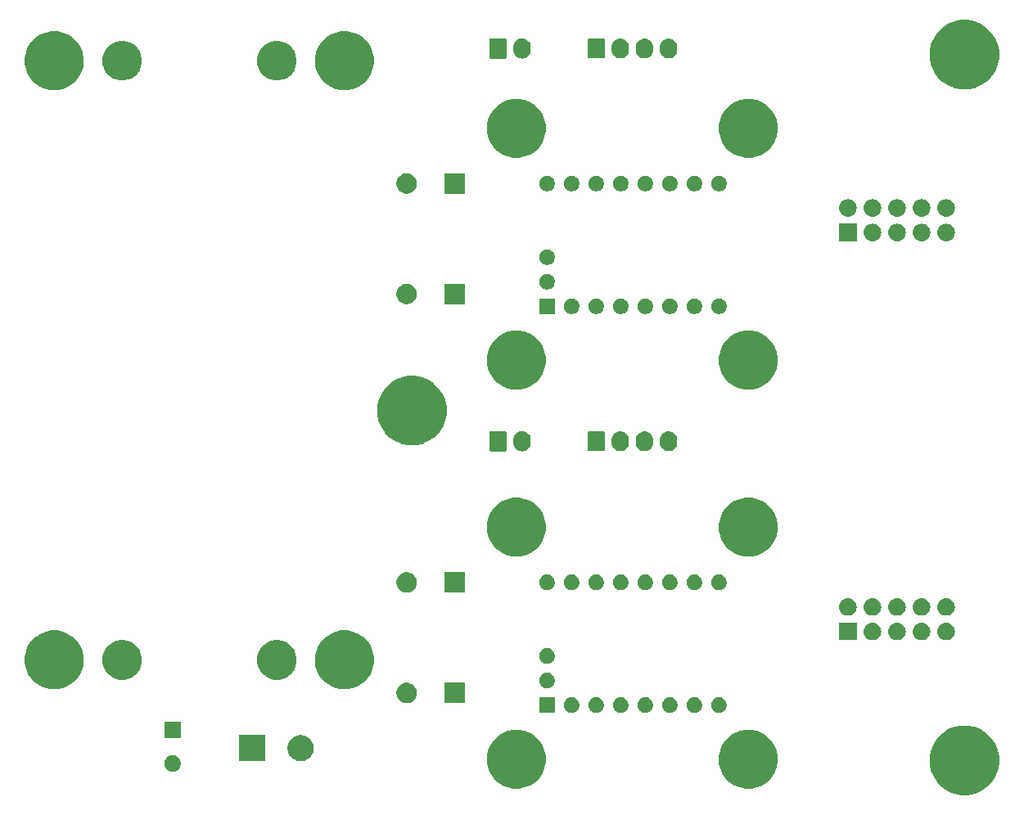
<source format=gbs>
G04 #@! TF.GenerationSoftware,KiCad,Pcbnew,5.0.2+dfsg1-1*
G04 #@! TF.CreationDate,2021-08-07T23:42:24+09:00*
G04 #@! TF.ProjectId,tmc-hv-enxtender,746d632d-6876-42d6-956e-7874656e6465,rev?*
G04 #@! TF.SameCoordinates,Original*
G04 #@! TF.FileFunction,Soldermask,Bot*
G04 #@! TF.FilePolarity,Negative*
%FSLAX46Y46*%
G04 Gerber Fmt 4.6, Leading zero omitted, Abs format (unit mm)*
G04 Created by KiCad (PCBNEW 5.0.2+dfsg1-1) date Sat 07 Aug 2021 11:42:24 PM JST*
%MOMM*%
%LPD*%
G01*
G04 APERTURE LIST*
%ADD10C,0.100000*%
G04 APERTURE END LIST*
D10*
G36*
X253780079Y-93693345D02*
X253780082Y-93693346D01*
X253780081Y-93693346D01*
X254435240Y-93964721D01*
X254968806Y-94321239D01*
X255024869Y-94358699D01*
X255526301Y-94860131D01*
X255526303Y-94860134D01*
X255920279Y-95449760D01*
X256151912Y-96008974D01*
X256191655Y-96104921D01*
X256330000Y-96800429D01*
X256330000Y-97509571D01*
X256191655Y-98205079D01*
X256191654Y-98205081D01*
X255920279Y-98860240D01*
X255563054Y-99394864D01*
X255526301Y-99449869D01*
X255024869Y-99951301D01*
X255024866Y-99951303D01*
X254435240Y-100345279D01*
X253876026Y-100576912D01*
X253780079Y-100616655D01*
X253084571Y-100755000D01*
X252375429Y-100755000D01*
X251679921Y-100616655D01*
X251583974Y-100576912D01*
X251024760Y-100345279D01*
X250435134Y-99951303D01*
X250435131Y-99951301D01*
X249933699Y-99449869D01*
X249896946Y-99394864D01*
X249539721Y-98860240D01*
X249268346Y-98205081D01*
X249268345Y-98205079D01*
X249130000Y-97509571D01*
X249130000Y-96800429D01*
X249268345Y-96104921D01*
X249308088Y-96008974D01*
X249539721Y-95449760D01*
X249933697Y-94860134D01*
X249933699Y-94860131D01*
X250435131Y-94358699D01*
X250491194Y-94321239D01*
X251024760Y-93964721D01*
X251679919Y-93693346D01*
X251679918Y-93693346D01*
X251679921Y-93693345D01*
X252375429Y-93555000D01*
X253084571Y-93555000D01*
X253780079Y-93693345D01*
X253780079Y-93693345D01*
G37*
G36*
X231264941Y-94091248D02*
X231264943Y-94091249D01*
X231264944Y-94091249D01*
X231820190Y-94321239D01*
X232138609Y-94534000D01*
X232319902Y-94655136D01*
X232744864Y-95080098D01*
X232744866Y-95080101D01*
X233078761Y-95579810D01*
X233308751Y-96135056D01*
X233308752Y-96135059D01*
X233426000Y-96724501D01*
X233426000Y-97325499D01*
X233315086Y-97883100D01*
X233308751Y-97914944D01*
X233078761Y-98470190D01*
X233078760Y-98470191D01*
X232744864Y-98969902D01*
X232319902Y-99394864D01*
X232319899Y-99394866D01*
X231820190Y-99728761D01*
X231264944Y-99958751D01*
X231264943Y-99958751D01*
X231264941Y-99958752D01*
X230675499Y-100076000D01*
X230074501Y-100076000D01*
X229485059Y-99958752D01*
X229485057Y-99958751D01*
X229485056Y-99958751D01*
X228929810Y-99728761D01*
X228430101Y-99394866D01*
X228430098Y-99394864D01*
X228005136Y-98969902D01*
X227671240Y-98470191D01*
X227671239Y-98470190D01*
X227441249Y-97914944D01*
X227434915Y-97883100D01*
X227324000Y-97325499D01*
X227324000Y-96724501D01*
X227441248Y-96135059D01*
X227441249Y-96135056D01*
X227671239Y-95579810D01*
X228005134Y-95080101D01*
X228005136Y-95080098D01*
X228430098Y-94655136D01*
X228611391Y-94534000D01*
X228929810Y-94321239D01*
X229485056Y-94091249D01*
X229485057Y-94091249D01*
X229485059Y-94091248D01*
X230074501Y-93974000D01*
X230675499Y-93974000D01*
X231264941Y-94091248D01*
X231264941Y-94091248D01*
G37*
G36*
X207264941Y-94091248D02*
X207264943Y-94091249D01*
X207264944Y-94091249D01*
X207820190Y-94321239D01*
X208138609Y-94534000D01*
X208319902Y-94655136D01*
X208744864Y-95080098D01*
X208744866Y-95080101D01*
X209078761Y-95579810D01*
X209308751Y-96135056D01*
X209308752Y-96135059D01*
X209426000Y-96724501D01*
X209426000Y-97325499D01*
X209315086Y-97883100D01*
X209308751Y-97914944D01*
X209078761Y-98470190D01*
X209078760Y-98470191D01*
X208744864Y-98969902D01*
X208319902Y-99394864D01*
X208319899Y-99394866D01*
X207820190Y-99728761D01*
X207264944Y-99958751D01*
X207264943Y-99958751D01*
X207264941Y-99958752D01*
X206675499Y-100076000D01*
X206074501Y-100076000D01*
X205485059Y-99958752D01*
X205485057Y-99958751D01*
X205485056Y-99958751D01*
X204929810Y-99728761D01*
X204430101Y-99394866D01*
X204430098Y-99394864D01*
X204005136Y-98969902D01*
X203671240Y-98470191D01*
X203671239Y-98470190D01*
X203441249Y-97914944D01*
X203434915Y-97883100D01*
X203324000Y-97325499D01*
X203324000Y-96724501D01*
X203441248Y-96135059D01*
X203441249Y-96135056D01*
X203671239Y-95579810D01*
X204005134Y-95080101D01*
X204005136Y-95080098D01*
X204430098Y-94655136D01*
X204611391Y-94534000D01*
X204929810Y-94321239D01*
X205485056Y-94091249D01*
X205485057Y-94091249D01*
X205485059Y-94091248D01*
X206074501Y-93974000D01*
X206675499Y-93974000D01*
X207264941Y-94091248D01*
X207264941Y-94091248D01*
G37*
G36*
X171063228Y-96661703D02*
X171218100Y-96725853D01*
X171357481Y-96818985D01*
X171476015Y-96937519D01*
X171569147Y-97076900D01*
X171633297Y-97231772D01*
X171666000Y-97396184D01*
X171666000Y-97563816D01*
X171633297Y-97728228D01*
X171569147Y-97883100D01*
X171476015Y-98022481D01*
X171357481Y-98141015D01*
X171218100Y-98234147D01*
X171063228Y-98298297D01*
X170898816Y-98331000D01*
X170731184Y-98331000D01*
X170566772Y-98298297D01*
X170411900Y-98234147D01*
X170272519Y-98141015D01*
X170153985Y-98022481D01*
X170060853Y-97883100D01*
X169996703Y-97728228D01*
X169964000Y-97563816D01*
X169964000Y-97396184D01*
X169996703Y-97231772D01*
X170060853Y-97076900D01*
X170153985Y-96937519D01*
X170272519Y-96818985D01*
X170411900Y-96725853D01*
X170566772Y-96661703D01*
X170731184Y-96629000D01*
X170898816Y-96629000D01*
X171063228Y-96661703D01*
X171063228Y-96661703D01*
G37*
G36*
X180421000Y-97236000D02*
X177719000Y-97236000D01*
X177719000Y-94534000D01*
X180421000Y-94534000D01*
X180421000Y-97236000D01*
X180421000Y-97236000D01*
G37*
G36*
X184333567Y-94559959D02*
X184464072Y-94585918D01*
X184709939Y-94687759D01*
X184924313Y-94831000D01*
X184931215Y-94835612D01*
X185119388Y-95023785D01*
X185119390Y-95023788D01*
X185267241Y-95245061D01*
X185369082Y-95490928D01*
X185369082Y-95490929D01*
X185421000Y-95751937D01*
X185421000Y-96018063D01*
X185397728Y-96135059D01*
X185369082Y-96279072D01*
X185267241Y-96524939D01*
X185132993Y-96725854D01*
X185119388Y-96746215D01*
X184931215Y-96934388D01*
X184931212Y-96934390D01*
X184709939Y-97082241D01*
X184464072Y-97184082D01*
X184333567Y-97210041D01*
X184203063Y-97236000D01*
X183936937Y-97236000D01*
X183806433Y-97210041D01*
X183675928Y-97184082D01*
X183430061Y-97082241D01*
X183208788Y-96934390D01*
X183208785Y-96934388D01*
X183020612Y-96746215D01*
X183007007Y-96725854D01*
X182872759Y-96524939D01*
X182770918Y-96279072D01*
X182742272Y-96135059D01*
X182719000Y-96018063D01*
X182719000Y-95751937D01*
X182770918Y-95490929D01*
X182770918Y-95490928D01*
X182872759Y-95245061D01*
X183020610Y-95023788D01*
X183020612Y-95023785D01*
X183208785Y-94835612D01*
X183215687Y-94831000D01*
X183430061Y-94687759D01*
X183675928Y-94585918D01*
X183806433Y-94559959D01*
X183936937Y-94534000D01*
X184203063Y-94534000D01*
X184333567Y-94559959D01*
X184333567Y-94559959D01*
G37*
G36*
X171666000Y-94831000D02*
X169964000Y-94831000D01*
X169964000Y-93129000D01*
X171666000Y-93129000D01*
X171666000Y-94831000D01*
X171666000Y-94831000D01*
G37*
G36*
X217407142Y-90658242D02*
X217555102Y-90719530D01*
X217688258Y-90808502D01*
X217801498Y-90921742D01*
X217890470Y-91054898D01*
X217951758Y-91202858D01*
X217983000Y-91359925D01*
X217983000Y-91520075D01*
X217951758Y-91677142D01*
X217890470Y-91825102D01*
X217801498Y-91958258D01*
X217688258Y-92071498D01*
X217555102Y-92160470D01*
X217407142Y-92221758D01*
X217250075Y-92253000D01*
X217089925Y-92253000D01*
X216932858Y-92221758D01*
X216784898Y-92160470D01*
X216651742Y-92071498D01*
X216538502Y-91958258D01*
X216449530Y-91825102D01*
X216388242Y-91677142D01*
X216357000Y-91520075D01*
X216357000Y-91359925D01*
X216388242Y-91202858D01*
X216449530Y-91054898D01*
X216538502Y-90921742D01*
X216651742Y-90808502D01*
X216784898Y-90719530D01*
X216932858Y-90658242D01*
X217089925Y-90627000D01*
X217250075Y-90627000D01*
X217407142Y-90658242D01*
X217407142Y-90658242D01*
G37*
G36*
X227567142Y-90658242D02*
X227715102Y-90719530D01*
X227848258Y-90808502D01*
X227961498Y-90921742D01*
X228050470Y-91054898D01*
X228111758Y-91202858D01*
X228143000Y-91359925D01*
X228143000Y-91520075D01*
X228111758Y-91677142D01*
X228050470Y-91825102D01*
X227961498Y-91958258D01*
X227848258Y-92071498D01*
X227715102Y-92160470D01*
X227567142Y-92221758D01*
X227410075Y-92253000D01*
X227249925Y-92253000D01*
X227092858Y-92221758D01*
X226944898Y-92160470D01*
X226811742Y-92071498D01*
X226698502Y-91958258D01*
X226609530Y-91825102D01*
X226548242Y-91677142D01*
X226517000Y-91520075D01*
X226517000Y-91359925D01*
X226548242Y-91202858D01*
X226609530Y-91054898D01*
X226698502Y-90921742D01*
X226811742Y-90808502D01*
X226944898Y-90719530D01*
X227092858Y-90658242D01*
X227249925Y-90627000D01*
X227410075Y-90627000D01*
X227567142Y-90658242D01*
X227567142Y-90658242D01*
G37*
G36*
X225027142Y-90658242D02*
X225175102Y-90719530D01*
X225308258Y-90808502D01*
X225421498Y-90921742D01*
X225510470Y-91054898D01*
X225571758Y-91202858D01*
X225603000Y-91359925D01*
X225603000Y-91520075D01*
X225571758Y-91677142D01*
X225510470Y-91825102D01*
X225421498Y-91958258D01*
X225308258Y-92071498D01*
X225175102Y-92160470D01*
X225027142Y-92221758D01*
X224870075Y-92253000D01*
X224709925Y-92253000D01*
X224552858Y-92221758D01*
X224404898Y-92160470D01*
X224271742Y-92071498D01*
X224158502Y-91958258D01*
X224069530Y-91825102D01*
X224008242Y-91677142D01*
X223977000Y-91520075D01*
X223977000Y-91359925D01*
X224008242Y-91202858D01*
X224069530Y-91054898D01*
X224158502Y-90921742D01*
X224271742Y-90808502D01*
X224404898Y-90719530D01*
X224552858Y-90658242D01*
X224709925Y-90627000D01*
X224870075Y-90627000D01*
X225027142Y-90658242D01*
X225027142Y-90658242D01*
G37*
G36*
X222487142Y-90658242D02*
X222635102Y-90719530D01*
X222768258Y-90808502D01*
X222881498Y-90921742D01*
X222970470Y-91054898D01*
X223031758Y-91202858D01*
X223063000Y-91359925D01*
X223063000Y-91520075D01*
X223031758Y-91677142D01*
X222970470Y-91825102D01*
X222881498Y-91958258D01*
X222768258Y-92071498D01*
X222635102Y-92160470D01*
X222487142Y-92221758D01*
X222330075Y-92253000D01*
X222169925Y-92253000D01*
X222012858Y-92221758D01*
X221864898Y-92160470D01*
X221731742Y-92071498D01*
X221618502Y-91958258D01*
X221529530Y-91825102D01*
X221468242Y-91677142D01*
X221437000Y-91520075D01*
X221437000Y-91359925D01*
X221468242Y-91202858D01*
X221529530Y-91054898D01*
X221618502Y-90921742D01*
X221731742Y-90808502D01*
X221864898Y-90719530D01*
X222012858Y-90658242D01*
X222169925Y-90627000D01*
X222330075Y-90627000D01*
X222487142Y-90658242D01*
X222487142Y-90658242D01*
G37*
G36*
X219947142Y-90658242D02*
X220095102Y-90719530D01*
X220228258Y-90808502D01*
X220341498Y-90921742D01*
X220430470Y-91054898D01*
X220491758Y-91202858D01*
X220523000Y-91359925D01*
X220523000Y-91520075D01*
X220491758Y-91677142D01*
X220430470Y-91825102D01*
X220341498Y-91958258D01*
X220228258Y-92071498D01*
X220095102Y-92160470D01*
X219947142Y-92221758D01*
X219790075Y-92253000D01*
X219629925Y-92253000D01*
X219472858Y-92221758D01*
X219324898Y-92160470D01*
X219191742Y-92071498D01*
X219078502Y-91958258D01*
X218989530Y-91825102D01*
X218928242Y-91677142D01*
X218897000Y-91520075D01*
X218897000Y-91359925D01*
X218928242Y-91202858D01*
X218989530Y-91054898D01*
X219078502Y-90921742D01*
X219191742Y-90808502D01*
X219324898Y-90719530D01*
X219472858Y-90658242D01*
X219629925Y-90627000D01*
X219790075Y-90627000D01*
X219947142Y-90658242D01*
X219947142Y-90658242D01*
G37*
G36*
X214867142Y-90658242D02*
X215015102Y-90719530D01*
X215148258Y-90808502D01*
X215261498Y-90921742D01*
X215350470Y-91054898D01*
X215411758Y-91202858D01*
X215443000Y-91359925D01*
X215443000Y-91520075D01*
X215411758Y-91677142D01*
X215350470Y-91825102D01*
X215261498Y-91958258D01*
X215148258Y-92071498D01*
X215015102Y-92160470D01*
X214867142Y-92221758D01*
X214710075Y-92253000D01*
X214549925Y-92253000D01*
X214392858Y-92221758D01*
X214244898Y-92160470D01*
X214111742Y-92071498D01*
X213998502Y-91958258D01*
X213909530Y-91825102D01*
X213848242Y-91677142D01*
X213817000Y-91520075D01*
X213817000Y-91359925D01*
X213848242Y-91202858D01*
X213909530Y-91054898D01*
X213998502Y-90921742D01*
X214111742Y-90808502D01*
X214244898Y-90719530D01*
X214392858Y-90658242D01*
X214549925Y-90627000D01*
X214710075Y-90627000D01*
X214867142Y-90658242D01*
X214867142Y-90658242D01*
G37*
G36*
X212327142Y-90658242D02*
X212475102Y-90719530D01*
X212608258Y-90808502D01*
X212721498Y-90921742D01*
X212810470Y-91054898D01*
X212871758Y-91202858D01*
X212903000Y-91359925D01*
X212903000Y-91520075D01*
X212871758Y-91677142D01*
X212810470Y-91825102D01*
X212721498Y-91958258D01*
X212608258Y-92071498D01*
X212475102Y-92160470D01*
X212327142Y-92221758D01*
X212170075Y-92253000D01*
X212009925Y-92253000D01*
X211852858Y-92221758D01*
X211704898Y-92160470D01*
X211571742Y-92071498D01*
X211458502Y-91958258D01*
X211369530Y-91825102D01*
X211308242Y-91677142D01*
X211277000Y-91520075D01*
X211277000Y-91359925D01*
X211308242Y-91202858D01*
X211369530Y-91054898D01*
X211458502Y-90921742D01*
X211571742Y-90808502D01*
X211704898Y-90719530D01*
X211852858Y-90658242D01*
X212009925Y-90627000D01*
X212170075Y-90627000D01*
X212327142Y-90658242D01*
X212327142Y-90658242D01*
G37*
G36*
X210363000Y-92253000D02*
X208737000Y-92253000D01*
X208737000Y-90627000D01*
X210363000Y-90627000D01*
X210363000Y-92253000D01*
X210363000Y-92253000D01*
G37*
G36*
X195331565Y-89159389D02*
X195522834Y-89238615D01*
X195694976Y-89353637D01*
X195841363Y-89500024D01*
X195956385Y-89672166D01*
X196035611Y-89863435D01*
X196076000Y-90066484D01*
X196076000Y-90273516D01*
X196035611Y-90476565D01*
X195956385Y-90667834D01*
X195841363Y-90839976D01*
X195694976Y-90986363D01*
X195522834Y-91101385D01*
X195331565Y-91180611D01*
X195128516Y-91221000D01*
X194921484Y-91221000D01*
X194718435Y-91180611D01*
X194527166Y-91101385D01*
X194355024Y-90986363D01*
X194208637Y-90839976D01*
X194093615Y-90667834D01*
X194014389Y-90476565D01*
X193974000Y-90273516D01*
X193974000Y-90066484D01*
X194014389Y-89863435D01*
X194093615Y-89672166D01*
X194208637Y-89500024D01*
X194355024Y-89353637D01*
X194527166Y-89238615D01*
X194718435Y-89159389D01*
X194921484Y-89119000D01*
X195128516Y-89119000D01*
X195331565Y-89159389D01*
X195331565Y-89159389D01*
G37*
G36*
X201076000Y-91221000D02*
X198974000Y-91221000D01*
X198974000Y-89119000D01*
X201076000Y-89119000D01*
X201076000Y-91221000D01*
X201076000Y-91221000D01*
G37*
G36*
X189484941Y-83831248D02*
X189484943Y-83831249D01*
X189484944Y-83831249D01*
X190040190Y-84061239D01*
X190443292Y-84330583D01*
X190539902Y-84395136D01*
X190964864Y-84820098D01*
X190964866Y-84820101D01*
X191298761Y-85319810D01*
X191494964Y-85793487D01*
X191528752Y-85875059D01*
X191646000Y-86464501D01*
X191646000Y-87065499D01*
X191586773Y-87363252D01*
X191528751Y-87654944D01*
X191298761Y-88210190D01*
X190996298Y-88662857D01*
X190964864Y-88709902D01*
X190539902Y-89134864D01*
X190539899Y-89134866D01*
X190040190Y-89468761D01*
X189484944Y-89698751D01*
X189484943Y-89698751D01*
X189484941Y-89698752D01*
X188895499Y-89816000D01*
X188294501Y-89816000D01*
X187705059Y-89698752D01*
X187705057Y-89698751D01*
X187705056Y-89698751D01*
X187149810Y-89468761D01*
X186650101Y-89134866D01*
X186650098Y-89134864D01*
X186225136Y-88709902D01*
X186193702Y-88662857D01*
X185891239Y-88210190D01*
X185661249Y-87654944D01*
X185603228Y-87363252D01*
X185544000Y-87065499D01*
X185544000Y-86464501D01*
X185661248Y-85875059D01*
X185695036Y-85793487D01*
X185891239Y-85319810D01*
X186225134Y-84820101D01*
X186225136Y-84820098D01*
X186650098Y-84395136D01*
X186746708Y-84330583D01*
X187149810Y-84061239D01*
X187705056Y-83831249D01*
X187705057Y-83831249D01*
X187705059Y-83831248D01*
X188294501Y-83714000D01*
X188895499Y-83714000D01*
X189484941Y-83831248D01*
X189484941Y-83831248D01*
G37*
G36*
X159484941Y-83831248D02*
X159484943Y-83831249D01*
X159484944Y-83831249D01*
X160040190Y-84061239D01*
X160443292Y-84330583D01*
X160539902Y-84395136D01*
X160964864Y-84820098D01*
X160964866Y-84820101D01*
X161298761Y-85319810D01*
X161494964Y-85793487D01*
X161528752Y-85875059D01*
X161646000Y-86464501D01*
X161646000Y-87065499D01*
X161586773Y-87363252D01*
X161528751Y-87654944D01*
X161298761Y-88210190D01*
X160996298Y-88662857D01*
X160964864Y-88709902D01*
X160539902Y-89134864D01*
X160539899Y-89134866D01*
X160040190Y-89468761D01*
X159484944Y-89698751D01*
X159484943Y-89698751D01*
X159484941Y-89698752D01*
X158895499Y-89816000D01*
X158294501Y-89816000D01*
X157705059Y-89698752D01*
X157705057Y-89698751D01*
X157705056Y-89698751D01*
X157149810Y-89468761D01*
X156650101Y-89134866D01*
X156650098Y-89134864D01*
X156225136Y-88709902D01*
X156193702Y-88662857D01*
X155891239Y-88210190D01*
X155661249Y-87654944D01*
X155603228Y-87363252D01*
X155544000Y-87065499D01*
X155544000Y-86464501D01*
X155661248Y-85875059D01*
X155695036Y-85793487D01*
X155891239Y-85319810D01*
X156225134Y-84820101D01*
X156225136Y-84820098D01*
X156650098Y-84395136D01*
X156746708Y-84330583D01*
X157149810Y-84061239D01*
X157705056Y-83831249D01*
X157705057Y-83831249D01*
X157705059Y-83831248D01*
X158294501Y-83714000D01*
X158895499Y-83714000D01*
X159484941Y-83831248D01*
X159484941Y-83831248D01*
G37*
G36*
X209787142Y-88118242D02*
X209935102Y-88179530D01*
X210068258Y-88268502D01*
X210181498Y-88381742D01*
X210270470Y-88514898D01*
X210331758Y-88662858D01*
X210363000Y-88819925D01*
X210363000Y-88980075D01*
X210331758Y-89137142D01*
X210270470Y-89285102D01*
X210181498Y-89418258D01*
X210068258Y-89531498D01*
X209935102Y-89620470D01*
X209787142Y-89681758D01*
X209630075Y-89713000D01*
X209469925Y-89713000D01*
X209312858Y-89681758D01*
X209164898Y-89620470D01*
X209031742Y-89531498D01*
X208918502Y-89418258D01*
X208829530Y-89285102D01*
X208768242Y-89137142D01*
X208737000Y-88980075D01*
X208737000Y-88819925D01*
X208768242Y-88662858D01*
X208829530Y-88514898D01*
X208918502Y-88381742D01*
X209031742Y-88268502D01*
X209164898Y-88179530D01*
X209312858Y-88118242D01*
X209469925Y-88087000D01*
X209630075Y-88087000D01*
X209787142Y-88118242D01*
X209787142Y-88118242D01*
G37*
G36*
X182193252Y-84792818D02*
X182193254Y-84792819D01*
X182193255Y-84792819D01*
X182566513Y-84947427D01*
X182566514Y-84947428D01*
X182902439Y-85171886D01*
X183188114Y-85457561D01*
X183188116Y-85457564D01*
X183412573Y-85793487D01*
X183487716Y-85974900D01*
X183567182Y-86166748D01*
X183646000Y-86562993D01*
X183646000Y-86967007D01*
X183623431Y-87080471D01*
X183567181Y-87363255D01*
X183412573Y-87736513D01*
X183412572Y-87736514D01*
X183188114Y-88072439D01*
X182902439Y-88358114D01*
X182902436Y-88358116D01*
X182566513Y-88582573D01*
X182193255Y-88737181D01*
X182193254Y-88737181D01*
X182193252Y-88737182D01*
X181797007Y-88816000D01*
X181392993Y-88816000D01*
X180996748Y-88737182D01*
X180996746Y-88737181D01*
X180996745Y-88737181D01*
X180623487Y-88582573D01*
X180287564Y-88358116D01*
X180287561Y-88358114D01*
X180001886Y-88072439D01*
X179777428Y-87736514D01*
X179777427Y-87736513D01*
X179622819Y-87363255D01*
X179566570Y-87080471D01*
X179544000Y-86967007D01*
X179544000Y-86562993D01*
X179622818Y-86166748D01*
X179702284Y-85974900D01*
X179777427Y-85793487D01*
X180001884Y-85457564D01*
X180001886Y-85457561D01*
X180287561Y-85171886D01*
X180623486Y-84947428D01*
X180623487Y-84947427D01*
X180996745Y-84792819D01*
X180996746Y-84792819D01*
X180996748Y-84792818D01*
X181392993Y-84714000D01*
X181797007Y-84714000D01*
X182193252Y-84792818D01*
X182193252Y-84792818D01*
G37*
G36*
X166193252Y-84792818D02*
X166193254Y-84792819D01*
X166193255Y-84792819D01*
X166566513Y-84947427D01*
X166566514Y-84947428D01*
X166902439Y-85171886D01*
X167188114Y-85457561D01*
X167188116Y-85457564D01*
X167412573Y-85793487D01*
X167487716Y-85974900D01*
X167567182Y-86166748D01*
X167646000Y-86562993D01*
X167646000Y-86967007D01*
X167623431Y-87080471D01*
X167567181Y-87363255D01*
X167412573Y-87736513D01*
X167412572Y-87736514D01*
X167188114Y-88072439D01*
X166902439Y-88358114D01*
X166902436Y-88358116D01*
X166566513Y-88582573D01*
X166193255Y-88737181D01*
X166193254Y-88737181D01*
X166193252Y-88737182D01*
X165797007Y-88816000D01*
X165392993Y-88816000D01*
X164996748Y-88737182D01*
X164996746Y-88737181D01*
X164996745Y-88737181D01*
X164623487Y-88582573D01*
X164287564Y-88358116D01*
X164287561Y-88358114D01*
X164001886Y-88072439D01*
X163777428Y-87736514D01*
X163777427Y-87736513D01*
X163622819Y-87363255D01*
X163566570Y-87080471D01*
X163544000Y-86967007D01*
X163544000Y-86562993D01*
X163622818Y-86166748D01*
X163702284Y-85974900D01*
X163777427Y-85793487D01*
X164001884Y-85457564D01*
X164001886Y-85457561D01*
X164287561Y-85171886D01*
X164623486Y-84947428D01*
X164623487Y-84947427D01*
X164996745Y-84792819D01*
X164996746Y-84792819D01*
X164996748Y-84792818D01*
X165392993Y-84714000D01*
X165797007Y-84714000D01*
X166193252Y-84792818D01*
X166193252Y-84792818D01*
G37*
G36*
X209787142Y-85578242D02*
X209935102Y-85639530D01*
X210068258Y-85728502D01*
X210181498Y-85841742D01*
X210270470Y-85974898D01*
X210331758Y-86122858D01*
X210363000Y-86279925D01*
X210363000Y-86440075D01*
X210331758Y-86597142D01*
X210270470Y-86745102D01*
X210181498Y-86878258D01*
X210068258Y-86991498D01*
X209935102Y-87080470D01*
X209787142Y-87141758D01*
X209630075Y-87173000D01*
X209469925Y-87173000D01*
X209312858Y-87141758D01*
X209164898Y-87080470D01*
X209031742Y-86991498D01*
X208918502Y-86878258D01*
X208829530Y-86745102D01*
X208768242Y-86597142D01*
X208737000Y-86440075D01*
X208737000Y-86279925D01*
X208768242Y-86122858D01*
X208829530Y-85974898D01*
X208918502Y-85841742D01*
X209031742Y-85728502D01*
X209164898Y-85639530D01*
X209312858Y-85578242D01*
X209469925Y-85547000D01*
X209630075Y-85547000D01*
X209787142Y-85578242D01*
X209787142Y-85578242D01*
G37*
G36*
X243384294Y-82918633D02*
X243556694Y-82970931D01*
X243556696Y-82970932D01*
X243715583Y-83055859D01*
X243715585Y-83055860D01*
X243715584Y-83055860D01*
X243854849Y-83170151D01*
X243969140Y-83309416D01*
X244054069Y-83468306D01*
X244106367Y-83640706D01*
X244124025Y-83820000D01*
X244106367Y-83999294D01*
X244054069Y-84171694D01*
X244054068Y-84171696D01*
X243969141Y-84330583D01*
X243854849Y-84469849D01*
X243715583Y-84584141D01*
X243556696Y-84669068D01*
X243556694Y-84669069D01*
X243384294Y-84721367D01*
X243249931Y-84734600D01*
X243160069Y-84734600D01*
X243025706Y-84721367D01*
X242853306Y-84669069D01*
X242853304Y-84669068D01*
X242694417Y-84584141D01*
X242555151Y-84469849D01*
X242440859Y-84330583D01*
X242355932Y-84171696D01*
X242355931Y-84171694D01*
X242303633Y-83999294D01*
X242285975Y-83820000D01*
X242303633Y-83640706D01*
X242355931Y-83468306D01*
X242440860Y-83309416D01*
X242555151Y-83170151D01*
X242694416Y-83055860D01*
X242694415Y-83055860D01*
X242694417Y-83055859D01*
X242853304Y-82970932D01*
X242853306Y-82970931D01*
X243025706Y-82918633D01*
X243160069Y-82905400D01*
X243249931Y-82905400D01*
X243384294Y-82918633D01*
X243384294Y-82918633D01*
G37*
G36*
X241579600Y-84734600D02*
X239750400Y-84734600D01*
X239750400Y-82905400D01*
X241579600Y-82905400D01*
X241579600Y-84734600D01*
X241579600Y-84734600D01*
G37*
G36*
X245924294Y-82918633D02*
X246096694Y-82970931D01*
X246096696Y-82970932D01*
X246255583Y-83055859D01*
X246255585Y-83055860D01*
X246255584Y-83055860D01*
X246394849Y-83170151D01*
X246509140Y-83309416D01*
X246594069Y-83468306D01*
X246646367Y-83640706D01*
X246664025Y-83820000D01*
X246646367Y-83999294D01*
X246594069Y-84171694D01*
X246594068Y-84171696D01*
X246509141Y-84330583D01*
X246394849Y-84469849D01*
X246255583Y-84584141D01*
X246096696Y-84669068D01*
X246096694Y-84669069D01*
X245924294Y-84721367D01*
X245789931Y-84734600D01*
X245700069Y-84734600D01*
X245565706Y-84721367D01*
X245393306Y-84669069D01*
X245393304Y-84669068D01*
X245234417Y-84584141D01*
X245095151Y-84469849D01*
X244980859Y-84330583D01*
X244895932Y-84171696D01*
X244895931Y-84171694D01*
X244843633Y-83999294D01*
X244825975Y-83820000D01*
X244843633Y-83640706D01*
X244895931Y-83468306D01*
X244980860Y-83309416D01*
X245095151Y-83170151D01*
X245234416Y-83055860D01*
X245234415Y-83055860D01*
X245234417Y-83055859D01*
X245393304Y-82970932D01*
X245393306Y-82970931D01*
X245565706Y-82918633D01*
X245700069Y-82905400D01*
X245789931Y-82905400D01*
X245924294Y-82918633D01*
X245924294Y-82918633D01*
G37*
G36*
X251004294Y-82918633D02*
X251176694Y-82970931D01*
X251176696Y-82970932D01*
X251335583Y-83055859D01*
X251335585Y-83055860D01*
X251335584Y-83055860D01*
X251474849Y-83170151D01*
X251589140Y-83309416D01*
X251674069Y-83468306D01*
X251726367Y-83640706D01*
X251744025Y-83820000D01*
X251726367Y-83999294D01*
X251674069Y-84171694D01*
X251674068Y-84171696D01*
X251589141Y-84330583D01*
X251474849Y-84469849D01*
X251335583Y-84584141D01*
X251176696Y-84669068D01*
X251176694Y-84669069D01*
X251004294Y-84721367D01*
X250869931Y-84734600D01*
X250780069Y-84734600D01*
X250645706Y-84721367D01*
X250473306Y-84669069D01*
X250473304Y-84669068D01*
X250314417Y-84584141D01*
X250175151Y-84469849D01*
X250060859Y-84330583D01*
X249975932Y-84171696D01*
X249975931Y-84171694D01*
X249923633Y-83999294D01*
X249905975Y-83820000D01*
X249923633Y-83640706D01*
X249975931Y-83468306D01*
X250060860Y-83309416D01*
X250175151Y-83170151D01*
X250314416Y-83055860D01*
X250314415Y-83055860D01*
X250314417Y-83055859D01*
X250473304Y-82970932D01*
X250473306Y-82970931D01*
X250645706Y-82918633D01*
X250780069Y-82905400D01*
X250869931Y-82905400D01*
X251004294Y-82918633D01*
X251004294Y-82918633D01*
G37*
G36*
X248464294Y-82918633D02*
X248636694Y-82970931D01*
X248636696Y-82970932D01*
X248795583Y-83055859D01*
X248795585Y-83055860D01*
X248795584Y-83055860D01*
X248934849Y-83170151D01*
X249049140Y-83309416D01*
X249134069Y-83468306D01*
X249186367Y-83640706D01*
X249204025Y-83820000D01*
X249186367Y-83999294D01*
X249134069Y-84171694D01*
X249134068Y-84171696D01*
X249049141Y-84330583D01*
X248934849Y-84469849D01*
X248795583Y-84584141D01*
X248636696Y-84669068D01*
X248636694Y-84669069D01*
X248464294Y-84721367D01*
X248329931Y-84734600D01*
X248240069Y-84734600D01*
X248105706Y-84721367D01*
X247933306Y-84669069D01*
X247933304Y-84669068D01*
X247774417Y-84584141D01*
X247635151Y-84469849D01*
X247520859Y-84330583D01*
X247435932Y-84171696D01*
X247435931Y-84171694D01*
X247383633Y-83999294D01*
X247365975Y-83820000D01*
X247383633Y-83640706D01*
X247435931Y-83468306D01*
X247520860Y-83309416D01*
X247635151Y-83170151D01*
X247774416Y-83055860D01*
X247774415Y-83055860D01*
X247774417Y-83055859D01*
X247933304Y-82970932D01*
X247933306Y-82970931D01*
X248105706Y-82918633D01*
X248240069Y-82905400D01*
X248329931Y-82905400D01*
X248464294Y-82918633D01*
X248464294Y-82918633D01*
G37*
G36*
X251004294Y-80378633D02*
X251176694Y-80430931D01*
X251176696Y-80430932D01*
X251335583Y-80515859D01*
X251335585Y-80515860D01*
X251335584Y-80515860D01*
X251474849Y-80630151D01*
X251589140Y-80769416D01*
X251674069Y-80928306D01*
X251726367Y-81100706D01*
X251744025Y-81280000D01*
X251726367Y-81459294D01*
X251674069Y-81631694D01*
X251674068Y-81631696D01*
X251589141Y-81790583D01*
X251474849Y-81929849D01*
X251335583Y-82044141D01*
X251176696Y-82129068D01*
X251176694Y-82129069D01*
X251004294Y-82181367D01*
X250869931Y-82194600D01*
X250780069Y-82194600D01*
X250645706Y-82181367D01*
X250473306Y-82129069D01*
X250473304Y-82129068D01*
X250314417Y-82044141D01*
X250175151Y-81929849D01*
X250060859Y-81790583D01*
X249975932Y-81631696D01*
X249975931Y-81631694D01*
X249923633Y-81459294D01*
X249905975Y-81280000D01*
X249923633Y-81100706D01*
X249975931Y-80928306D01*
X250060860Y-80769416D01*
X250175151Y-80630151D01*
X250314416Y-80515860D01*
X250314415Y-80515860D01*
X250314417Y-80515859D01*
X250473304Y-80430932D01*
X250473306Y-80430931D01*
X250645706Y-80378633D01*
X250780069Y-80365400D01*
X250869931Y-80365400D01*
X251004294Y-80378633D01*
X251004294Y-80378633D01*
G37*
G36*
X240844294Y-80378633D02*
X241016694Y-80430931D01*
X241016696Y-80430932D01*
X241175583Y-80515859D01*
X241175585Y-80515860D01*
X241175584Y-80515860D01*
X241314849Y-80630151D01*
X241429140Y-80769416D01*
X241514069Y-80928306D01*
X241566367Y-81100706D01*
X241584025Y-81280000D01*
X241566367Y-81459294D01*
X241514069Y-81631694D01*
X241514068Y-81631696D01*
X241429141Y-81790583D01*
X241314849Y-81929849D01*
X241175583Y-82044141D01*
X241016696Y-82129068D01*
X241016694Y-82129069D01*
X240844294Y-82181367D01*
X240709931Y-82194600D01*
X240620069Y-82194600D01*
X240485706Y-82181367D01*
X240313306Y-82129069D01*
X240313304Y-82129068D01*
X240154417Y-82044141D01*
X240015151Y-81929849D01*
X239900859Y-81790583D01*
X239815932Y-81631696D01*
X239815931Y-81631694D01*
X239763633Y-81459294D01*
X239745975Y-81280000D01*
X239763633Y-81100706D01*
X239815931Y-80928306D01*
X239900860Y-80769416D01*
X240015151Y-80630151D01*
X240154416Y-80515860D01*
X240154415Y-80515860D01*
X240154417Y-80515859D01*
X240313304Y-80430932D01*
X240313306Y-80430931D01*
X240485706Y-80378633D01*
X240620069Y-80365400D01*
X240709931Y-80365400D01*
X240844294Y-80378633D01*
X240844294Y-80378633D01*
G37*
G36*
X248464294Y-80378633D02*
X248636694Y-80430931D01*
X248636696Y-80430932D01*
X248795583Y-80515859D01*
X248795585Y-80515860D01*
X248795584Y-80515860D01*
X248934849Y-80630151D01*
X249049140Y-80769416D01*
X249134069Y-80928306D01*
X249186367Y-81100706D01*
X249204025Y-81280000D01*
X249186367Y-81459294D01*
X249134069Y-81631694D01*
X249134068Y-81631696D01*
X249049141Y-81790583D01*
X248934849Y-81929849D01*
X248795583Y-82044141D01*
X248636696Y-82129068D01*
X248636694Y-82129069D01*
X248464294Y-82181367D01*
X248329931Y-82194600D01*
X248240069Y-82194600D01*
X248105706Y-82181367D01*
X247933306Y-82129069D01*
X247933304Y-82129068D01*
X247774417Y-82044141D01*
X247635151Y-81929849D01*
X247520859Y-81790583D01*
X247435932Y-81631696D01*
X247435931Y-81631694D01*
X247383633Y-81459294D01*
X247365975Y-81280000D01*
X247383633Y-81100706D01*
X247435931Y-80928306D01*
X247520860Y-80769416D01*
X247635151Y-80630151D01*
X247774416Y-80515860D01*
X247774415Y-80515860D01*
X247774417Y-80515859D01*
X247933304Y-80430932D01*
X247933306Y-80430931D01*
X248105706Y-80378633D01*
X248240069Y-80365400D01*
X248329931Y-80365400D01*
X248464294Y-80378633D01*
X248464294Y-80378633D01*
G37*
G36*
X245924294Y-80378633D02*
X246096694Y-80430931D01*
X246096696Y-80430932D01*
X246255583Y-80515859D01*
X246255585Y-80515860D01*
X246255584Y-80515860D01*
X246394849Y-80630151D01*
X246509140Y-80769416D01*
X246594069Y-80928306D01*
X246646367Y-81100706D01*
X246664025Y-81280000D01*
X246646367Y-81459294D01*
X246594069Y-81631694D01*
X246594068Y-81631696D01*
X246509141Y-81790583D01*
X246394849Y-81929849D01*
X246255583Y-82044141D01*
X246096696Y-82129068D01*
X246096694Y-82129069D01*
X245924294Y-82181367D01*
X245789931Y-82194600D01*
X245700069Y-82194600D01*
X245565706Y-82181367D01*
X245393306Y-82129069D01*
X245393304Y-82129068D01*
X245234417Y-82044141D01*
X245095151Y-81929849D01*
X244980859Y-81790583D01*
X244895932Y-81631696D01*
X244895931Y-81631694D01*
X244843633Y-81459294D01*
X244825975Y-81280000D01*
X244843633Y-81100706D01*
X244895931Y-80928306D01*
X244980860Y-80769416D01*
X245095151Y-80630151D01*
X245234416Y-80515860D01*
X245234415Y-80515860D01*
X245234417Y-80515859D01*
X245393304Y-80430932D01*
X245393306Y-80430931D01*
X245565706Y-80378633D01*
X245700069Y-80365400D01*
X245789931Y-80365400D01*
X245924294Y-80378633D01*
X245924294Y-80378633D01*
G37*
G36*
X243384294Y-80378633D02*
X243556694Y-80430931D01*
X243556696Y-80430932D01*
X243715583Y-80515859D01*
X243715585Y-80515860D01*
X243715584Y-80515860D01*
X243854849Y-80630151D01*
X243969140Y-80769416D01*
X244054069Y-80928306D01*
X244106367Y-81100706D01*
X244124025Y-81280000D01*
X244106367Y-81459294D01*
X244054069Y-81631694D01*
X244054068Y-81631696D01*
X243969141Y-81790583D01*
X243854849Y-81929849D01*
X243715583Y-82044141D01*
X243556696Y-82129068D01*
X243556694Y-82129069D01*
X243384294Y-82181367D01*
X243249931Y-82194600D01*
X243160069Y-82194600D01*
X243025706Y-82181367D01*
X242853306Y-82129069D01*
X242853304Y-82129068D01*
X242694417Y-82044141D01*
X242555151Y-81929849D01*
X242440859Y-81790583D01*
X242355932Y-81631696D01*
X242355931Y-81631694D01*
X242303633Y-81459294D01*
X242285975Y-81280000D01*
X242303633Y-81100706D01*
X242355931Y-80928306D01*
X242440860Y-80769416D01*
X242555151Y-80630151D01*
X242694416Y-80515860D01*
X242694415Y-80515860D01*
X242694417Y-80515859D01*
X242853304Y-80430932D01*
X242853306Y-80430931D01*
X243025706Y-80378633D01*
X243160069Y-80365400D01*
X243249931Y-80365400D01*
X243384294Y-80378633D01*
X243384294Y-80378633D01*
G37*
G36*
X195331565Y-77729389D02*
X195522834Y-77808615D01*
X195694976Y-77923637D01*
X195841363Y-78070024D01*
X195956385Y-78242166D01*
X196035611Y-78433435D01*
X196076000Y-78636484D01*
X196076000Y-78843516D01*
X196035611Y-79046565D01*
X195956385Y-79237834D01*
X195841363Y-79409976D01*
X195694976Y-79556363D01*
X195522834Y-79671385D01*
X195331565Y-79750611D01*
X195128516Y-79791000D01*
X194921484Y-79791000D01*
X194718435Y-79750611D01*
X194527166Y-79671385D01*
X194355024Y-79556363D01*
X194208637Y-79409976D01*
X194093615Y-79237834D01*
X194014389Y-79046565D01*
X193974000Y-78843516D01*
X193974000Y-78636484D01*
X194014389Y-78433435D01*
X194093615Y-78242166D01*
X194208637Y-78070024D01*
X194355024Y-77923637D01*
X194527166Y-77808615D01*
X194718435Y-77729389D01*
X194921484Y-77689000D01*
X195128516Y-77689000D01*
X195331565Y-77729389D01*
X195331565Y-77729389D01*
G37*
G36*
X201076000Y-79791000D02*
X198974000Y-79791000D01*
X198974000Y-77689000D01*
X201076000Y-77689000D01*
X201076000Y-79791000D01*
X201076000Y-79791000D01*
G37*
G36*
X212327142Y-77958242D02*
X212475102Y-78019530D01*
X212608258Y-78108502D01*
X212721498Y-78221742D01*
X212810470Y-78354898D01*
X212871758Y-78502858D01*
X212903000Y-78659925D01*
X212903000Y-78820075D01*
X212871758Y-78977142D01*
X212810470Y-79125102D01*
X212721498Y-79258258D01*
X212608258Y-79371498D01*
X212475102Y-79460470D01*
X212327142Y-79521758D01*
X212170075Y-79553000D01*
X212009925Y-79553000D01*
X211852858Y-79521758D01*
X211704898Y-79460470D01*
X211571742Y-79371498D01*
X211458502Y-79258258D01*
X211369530Y-79125102D01*
X211308242Y-78977142D01*
X211277000Y-78820075D01*
X211277000Y-78659925D01*
X211308242Y-78502858D01*
X211369530Y-78354898D01*
X211458502Y-78221742D01*
X211571742Y-78108502D01*
X211704898Y-78019530D01*
X211852858Y-77958242D01*
X212009925Y-77927000D01*
X212170075Y-77927000D01*
X212327142Y-77958242D01*
X212327142Y-77958242D01*
G37*
G36*
X222487142Y-77958242D02*
X222635102Y-78019530D01*
X222768258Y-78108502D01*
X222881498Y-78221742D01*
X222970470Y-78354898D01*
X223031758Y-78502858D01*
X223063000Y-78659925D01*
X223063000Y-78820075D01*
X223031758Y-78977142D01*
X222970470Y-79125102D01*
X222881498Y-79258258D01*
X222768258Y-79371498D01*
X222635102Y-79460470D01*
X222487142Y-79521758D01*
X222330075Y-79553000D01*
X222169925Y-79553000D01*
X222012858Y-79521758D01*
X221864898Y-79460470D01*
X221731742Y-79371498D01*
X221618502Y-79258258D01*
X221529530Y-79125102D01*
X221468242Y-78977142D01*
X221437000Y-78820075D01*
X221437000Y-78659925D01*
X221468242Y-78502858D01*
X221529530Y-78354898D01*
X221618502Y-78221742D01*
X221731742Y-78108502D01*
X221864898Y-78019530D01*
X222012858Y-77958242D01*
X222169925Y-77927000D01*
X222330075Y-77927000D01*
X222487142Y-77958242D01*
X222487142Y-77958242D01*
G37*
G36*
X227567142Y-77958242D02*
X227715102Y-78019530D01*
X227848258Y-78108502D01*
X227961498Y-78221742D01*
X228050470Y-78354898D01*
X228111758Y-78502858D01*
X228143000Y-78659925D01*
X228143000Y-78820075D01*
X228111758Y-78977142D01*
X228050470Y-79125102D01*
X227961498Y-79258258D01*
X227848258Y-79371498D01*
X227715102Y-79460470D01*
X227567142Y-79521758D01*
X227410075Y-79553000D01*
X227249925Y-79553000D01*
X227092858Y-79521758D01*
X226944898Y-79460470D01*
X226811742Y-79371498D01*
X226698502Y-79258258D01*
X226609530Y-79125102D01*
X226548242Y-78977142D01*
X226517000Y-78820075D01*
X226517000Y-78659925D01*
X226548242Y-78502858D01*
X226609530Y-78354898D01*
X226698502Y-78221742D01*
X226811742Y-78108502D01*
X226944898Y-78019530D01*
X227092858Y-77958242D01*
X227249925Y-77927000D01*
X227410075Y-77927000D01*
X227567142Y-77958242D01*
X227567142Y-77958242D01*
G37*
G36*
X219947142Y-77958242D02*
X220095102Y-78019530D01*
X220228258Y-78108502D01*
X220341498Y-78221742D01*
X220430470Y-78354898D01*
X220491758Y-78502858D01*
X220523000Y-78659925D01*
X220523000Y-78820075D01*
X220491758Y-78977142D01*
X220430470Y-79125102D01*
X220341498Y-79258258D01*
X220228258Y-79371498D01*
X220095102Y-79460470D01*
X219947142Y-79521758D01*
X219790075Y-79553000D01*
X219629925Y-79553000D01*
X219472858Y-79521758D01*
X219324898Y-79460470D01*
X219191742Y-79371498D01*
X219078502Y-79258258D01*
X218989530Y-79125102D01*
X218928242Y-78977142D01*
X218897000Y-78820075D01*
X218897000Y-78659925D01*
X218928242Y-78502858D01*
X218989530Y-78354898D01*
X219078502Y-78221742D01*
X219191742Y-78108502D01*
X219324898Y-78019530D01*
X219472858Y-77958242D01*
X219629925Y-77927000D01*
X219790075Y-77927000D01*
X219947142Y-77958242D01*
X219947142Y-77958242D01*
G37*
G36*
X217407142Y-77958242D02*
X217555102Y-78019530D01*
X217688258Y-78108502D01*
X217801498Y-78221742D01*
X217890470Y-78354898D01*
X217951758Y-78502858D01*
X217983000Y-78659925D01*
X217983000Y-78820075D01*
X217951758Y-78977142D01*
X217890470Y-79125102D01*
X217801498Y-79258258D01*
X217688258Y-79371498D01*
X217555102Y-79460470D01*
X217407142Y-79521758D01*
X217250075Y-79553000D01*
X217089925Y-79553000D01*
X216932858Y-79521758D01*
X216784898Y-79460470D01*
X216651742Y-79371498D01*
X216538502Y-79258258D01*
X216449530Y-79125102D01*
X216388242Y-78977142D01*
X216357000Y-78820075D01*
X216357000Y-78659925D01*
X216388242Y-78502858D01*
X216449530Y-78354898D01*
X216538502Y-78221742D01*
X216651742Y-78108502D01*
X216784898Y-78019530D01*
X216932858Y-77958242D01*
X217089925Y-77927000D01*
X217250075Y-77927000D01*
X217407142Y-77958242D01*
X217407142Y-77958242D01*
G37*
G36*
X214867142Y-77958242D02*
X215015102Y-78019530D01*
X215148258Y-78108502D01*
X215261498Y-78221742D01*
X215350470Y-78354898D01*
X215411758Y-78502858D01*
X215443000Y-78659925D01*
X215443000Y-78820075D01*
X215411758Y-78977142D01*
X215350470Y-79125102D01*
X215261498Y-79258258D01*
X215148258Y-79371498D01*
X215015102Y-79460470D01*
X214867142Y-79521758D01*
X214710075Y-79553000D01*
X214549925Y-79553000D01*
X214392858Y-79521758D01*
X214244898Y-79460470D01*
X214111742Y-79371498D01*
X213998502Y-79258258D01*
X213909530Y-79125102D01*
X213848242Y-78977142D01*
X213817000Y-78820075D01*
X213817000Y-78659925D01*
X213848242Y-78502858D01*
X213909530Y-78354898D01*
X213998502Y-78221742D01*
X214111742Y-78108502D01*
X214244898Y-78019530D01*
X214392858Y-77958242D01*
X214549925Y-77927000D01*
X214710075Y-77927000D01*
X214867142Y-77958242D01*
X214867142Y-77958242D01*
G37*
G36*
X209787142Y-77958242D02*
X209935102Y-78019530D01*
X210068258Y-78108502D01*
X210181498Y-78221742D01*
X210270470Y-78354898D01*
X210331758Y-78502858D01*
X210363000Y-78659925D01*
X210363000Y-78820075D01*
X210331758Y-78977142D01*
X210270470Y-79125102D01*
X210181498Y-79258258D01*
X210068258Y-79371498D01*
X209935102Y-79460470D01*
X209787142Y-79521758D01*
X209630075Y-79553000D01*
X209469925Y-79553000D01*
X209312858Y-79521758D01*
X209164898Y-79460470D01*
X209031742Y-79371498D01*
X208918502Y-79258258D01*
X208829530Y-79125102D01*
X208768242Y-78977142D01*
X208737000Y-78820075D01*
X208737000Y-78659925D01*
X208768242Y-78502858D01*
X208829530Y-78354898D01*
X208918502Y-78221742D01*
X209031742Y-78108502D01*
X209164898Y-78019530D01*
X209312858Y-77958242D01*
X209469925Y-77927000D01*
X209630075Y-77927000D01*
X209787142Y-77958242D01*
X209787142Y-77958242D01*
G37*
G36*
X225027142Y-77958242D02*
X225175102Y-78019530D01*
X225308258Y-78108502D01*
X225421498Y-78221742D01*
X225510470Y-78354898D01*
X225571758Y-78502858D01*
X225603000Y-78659925D01*
X225603000Y-78820075D01*
X225571758Y-78977142D01*
X225510470Y-79125102D01*
X225421498Y-79258258D01*
X225308258Y-79371498D01*
X225175102Y-79460470D01*
X225027142Y-79521758D01*
X224870075Y-79553000D01*
X224709925Y-79553000D01*
X224552858Y-79521758D01*
X224404898Y-79460470D01*
X224271742Y-79371498D01*
X224158502Y-79258258D01*
X224069530Y-79125102D01*
X224008242Y-78977142D01*
X223977000Y-78820075D01*
X223977000Y-78659925D01*
X224008242Y-78502858D01*
X224069530Y-78354898D01*
X224158502Y-78221742D01*
X224271742Y-78108502D01*
X224404898Y-78019530D01*
X224552858Y-77958242D01*
X224709925Y-77927000D01*
X224870075Y-77927000D01*
X225027142Y-77958242D01*
X225027142Y-77958242D01*
G37*
G36*
X231264941Y-70091248D02*
X231264943Y-70091249D01*
X231264944Y-70091249D01*
X231820190Y-70321239D01*
X231820191Y-70321240D01*
X232319902Y-70655136D01*
X232744864Y-71080098D01*
X232744866Y-71080101D01*
X233078761Y-71579810D01*
X233308751Y-72135056D01*
X233426000Y-72724503D01*
X233426000Y-73325497D01*
X233308751Y-73914944D01*
X233078761Y-74470190D01*
X233078760Y-74470191D01*
X232744864Y-74969902D01*
X232319902Y-75394864D01*
X232319899Y-75394866D01*
X231820190Y-75728761D01*
X231264944Y-75958751D01*
X231264943Y-75958751D01*
X231264941Y-75958752D01*
X230675499Y-76076000D01*
X230074501Y-76076000D01*
X229485059Y-75958752D01*
X229485057Y-75958751D01*
X229485056Y-75958751D01*
X228929810Y-75728761D01*
X228430101Y-75394866D01*
X228430098Y-75394864D01*
X228005136Y-74969902D01*
X227671240Y-74470191D01*
X227671239Y-74470190D01*
X227441249Y-73914944D01*
X227324000Y-73325497D01*
X227324000Y-72724503D01*
X227441249Y-72135056D01*
X227671239Y-71579810D01*
X228005134Y-71080101D01*
X228005136Y-71080098D01*
X228430098Y-70655136D01*
X228929809Y-70321240D01*
X228929810Y-70321239D01*
X229485056Y-70091249D01*
X229485057Y-70091249D01*
X229485059Y-70091248D01*
X230074501Y-69974000D01*
X230675499Y-69974000D01*
X231264941Y-70091248D01*
X231264941Y-70091248D01*
G37*
G36*
X207264941Y-70091248D02*
X207264943Y-70091249D01*
X207264944Y-70091249D01*
X207820190Y-70321239D01*
X207820191Y-70321240D01*
X208319902Y-70655136D01*
X208744864Y-71080098D01*
X208744866Y-71080101D01*
X209078761Y-71579810D01*
X209308751Y-72135056D01*
X209426000Y-72724503D01*
X209426000Y-73325497D01*
X209308751Y-73914944D01*
X209078761Y-74470190D01*
X209078760Y-74470191D01*
X208744864Y-74969902D01*
X208319902Y-75394864D01*
X208319899Y-75394866D01*
X207820190Y-75728761D01*
X207264944Y-75958751D01*
X207264943Y-75958751D01*
X207264941Y-75958752D01*
X206675499Y-76076000D01*
X206074501Y-76076000D01*
X205485059Y-75958752D01*
X205485057Y-75958751D01*
X205485056Y-75958751D01*
X204929810Y-75728761D01*
X204430101Y-75394866D01*
X204430098Y-75394864D01*
X204005136Y-74969902D01*
X203671240Y-74470191D01*
X203671239Y-74470190D01*
X203441249Y-73914944D01*
X203324000Y-73325497D01*
X203324000Y-72724503D01*
X203441249Y-72135056D01*
X203671239Y-71579810D01*
X204005134Y-71080101D01*
X204005136Y-71080098D01*
X204430098Y-70655136D01*
X204929809Y-70321240D01*
X204929810Y-70321239D01*
X205485056Y-70091249D01*
X205485057Y-70091249D01*
X205485059Y-70091248D01*
X206074501Y-69974000D01*
X206675499Y-69974000D01*
X207264941Y-70091248D01*
X207264941Y-70091248D01*
G37*
G36*
X207146626Y-63097037D02*
X207252561Y-63129172D01*
X207316466Y-63148557D01*
X207472989Y-63232221D01*
X207610186Y-63344814D01*
X207693448Y-63446271D01*
X207722778Y-63482009D01*
X207722779Y-63482011D01*
X207806443Y-63638533D01*
X207814027Y-63663534D01*
X207857963Y-63808373D01*
X207871000Y-63940742D01*
X207871000Y-64329257D01*
X207857963Y-64461626D01*
X207806443Y-64631466D01*
X207722778Y-64787991D01*
X207722777Y-64787992D01*
X207610186Y-64925186D01*
X207522178Y-64997411D01*
X207472991Y-65037778D01*
X207472989Y-65037779D01*
X207316467Y-65121443D01*
X207285930Y-65130706D01*
X207146627Y-65172963D01*
X206970000Y-65190359D01*
X206793374Y-65172963D01*
X206654071Y-65130706D01*
X206623534Y-65121443D01*
X206467012Y-65037779D01*
X206467010Y-65037778D01*
X206329816Y-64925186D01*
X206329812Y-64925183D01*
X206217222Y-64787992D01*
X206133557Y-64631467D01*
X206111878Y-64560000D01*
X206082037Y-64461627D01*
X206069000Y-64329258D01*
X206069000Y-63940743D01*
X206082037Y-63808374D01*
X206125973Y-63663535D01*
X206133557Y-63638534D01*
X206217221Y-63482011D01*
X206329814Y-63344814D01*
X206439414Y-63254869D01*
X206467009Y-63232222D01*
X206492960Y-63218351D01*
X206623533Y-63148557D01*
X206687438Y-63129172D01*
X206793373Y-63097037D01*
X206970000Y-63079641D01*
X207146626Y-63097037D01*
X207146626Y-63097037D01*
G37*
G36*
X205228600Y-63087989D02*
X205261649Y-63098014D01*
X205292106Y-63114294D01*
X205318799Y-63136201D01*
X205340706Y-63162894D01*
X205356986Y-63193351D01*
X205367011Y-63226400D01*
X205371000Y-63266904D01*
X205371000Y-65003096D01*
X205367011Y-65043600D01*
X205356986Y-65076649D01*
X205340706Y-65107106D01*
X205318799Y-65133799D01*
X205292106Y-65155706D01*
X205261649Y-65171986D01*
X205228600Y-65182011D01*
X205188096Y-65186000D01*
X203751904Y-65186000D01*
X203711400Y-65182011D01*
X203678351Y-65171986D01*
X203647894Y-65155706D01*
X203621201Y-65133799D01*
X203599294Y-65107106D01*
X203583014Y-65076649D01*
X203572989Y-65043600D01*
X203569000Y-65003096D01*
X203569000Y-63266904D01*
X203572989Y-63226400D01*
X203583014Y-63193351D01*
X203599294Y-63162894D01*
X203621201Y-63136201D01*
X203647894Y-63114294D01*
X203678351Y-63098014D01*
X203711400Y-63087989D01*
X203751904Y-63084000D01*
X205188096Y-63084000D01*
X205228600Y-63087989D01*
X205228600Y-63087989D01*
G37*
G36*
X217306626Y-63122037D02*
X217419852Y-63156384D01*
X217476466Y-63173557D01*
X217632989Y-63257221D01*
X217770186Y-63369814D01*
X217853448Y-63471271D01*
X217882778Y-63507009D01*
X217882779Y-63507011D01*
X217966443Y-63663533D01*
X217983616Y-63720147D01*
X218017963Y-63833373D01*
X218017963Y-63833375D01*
X218031000Y-63965740D01*
X218031000Y-64304259D01*
X218024482Y-64370441D01*
X218017963Y-64436626D01*
X217966443Y-64606466D01*
X217882778Y-64762991D01*
X217862261Y-64787991D01*
X217770186Y-64900186D01*
X217681827Y-64972699D01*
X217632991Y-65012778D01*
X217632989Y-65012779D01*
X217476467Y-65096443D01*
X217441315Y-65107106D01*
X217306627Y-65147963D01*
X217130000Y-65165359D01*
X216953374Y-65147963D01*
X216818686Y-65107106D01*
X216783534Y-65096443D01*
X216627012Y-65012779D01*
X216627010Y-65012778D01*
X216520279Y-64925186D01*
X216489812Y-64900183D01*
X216377222Y-64762992D01*
X216293557Y-64606467D01*
X216249621Y-64461627D01*
X216242037Y-64436627D01*
X216229000Y-64304258D01*
X216229000Y-63965743D01*
X216231463Y-63940740D01*
X216242037Y-63833376D01*
X216242037Y-63833374D01*
X216293557Y-63663535D01*
X216293557Y-63663534D01*
X216377221Y-63507011D01*
X216489814Y-63369814D01*
X216591271Y-63286552D01*
X216627009Y-63257222D01*
X216673782Y-63232221D01*
X216783533Y-63173557D01*
X216840147Y-63156384D01*
X216953373Y-63122037D01*
X217130000Y-63104641D01*
X217306626Y-63122037D01*
X217306626Y-63122037D01*
G37*
G36*
X222306626Y-63122037D02*
X222419852Y-63156384D01*
X222476466Y-63173557D01*
X222632989Y-63257221D01*
X222770186Y-63369814D01*
X222853448Y-63471271D01*
X222882778Y-63507009D01*
X222882779Y-63507011D01*
X222966443Y-63663533D01*
X222983616Y-63720147D01*
X223017963Y-63833373D01*
X223017963Y-63833375D01*
X223031000Y-63965740D01*
X223031000Y-64304259D01*
X223024482Y-64370441D01*
X223017963Y-64436626D01*
X222966443Y-64606466D01*
X222882778Y-64762991D01*
X222862261Y-64787991D01*
X222770186Y-64900186D01*
X222681827Y-64972699D01*
X222632991Y-65012778D01*
X222632989Y-65012779D01*
X222476467Y-65096443D01*
X222441315Y-65107106D01*
X222306627Y-65147963D01*
X222130000Y-65165359D01*
X221953374Y-65147963D01*
X221818686Y-65107106D01*
X221783534Y-65096443D01*
X221627012Y-65012779D01*
X221627010Y-65012778D01*
X221520279Y-64925186D01*
X221489812Y-64900183D01*
X221377222Y-64762992D01*
X221293557Y-64606467D01*
X221249621Y-64461627D01*
X221242037Y-64436627D01*
X221229000Y-64304258D01*
X221229000Y-63965743D01*
X221231463Y-63940740D01*
X221242037Y-63833376D01*
X221242037Y-63833374D01*
X221293557Y-63663535D01*
X221293557Y-63663534D01*
X221377221Y-63507011D01*
X221489814Y-63369814D01*
X221591271Y-63286552D01*
X221627009Y-63257222D01*
X221673782Y-63232221D01*
X221783533Y-63173557D01*
X221840147Y-63156384D01*
X221953373Y-63122037D01*
X222130000Y-63104641D01*
X222306626Y-63122037D01*
X222306626Y-63122037D01*
G37*
G36*
X219806626Y-63122037D02*
X219919852Y-63156384D01*
X219976466Y-63173557D01*
X220132989Y-63257221D01*
X220270186Y-63369814D01*
X220353448Y-63471271D01*
X220382778Y-63507009D01*
X220382779Y-63507011D01*
X220466443Y-63663533D01*
X220483616Y-63720147D01*
X220517963Y-63833373D01*
X220517963Y-63833375D01*
X220531000Y-63965740D01*
X220531000Y-64304259D01*
X220524482Y-64370441D01*
X220517963Y-64436626D01*
X220466443Y-64606466D01*
X220382778Y-64762991D01*
X220362261Y-64787991D01*
X220270186Y-64900186D01*
X220181827Y-64972699D01*
X220132991Y-65012778D01*
X220132989Y-65012779D01*
X219976467Y-65096443D01*
X219941315Y-65107106D01*
X219806627Y-65147963D01*
X219630000Y-65165359D01*
X219453374Y-65147963D01*
X219318686Y-65107106D01*
X219283534Y-65096443D01*
X219127012Y-65012779D01*
X219127010Y-65012778D01*
X219020279Y-64925186D01*
X218989812Y-64900183D01*
X218877222Y-64762992D01*
X218793557Y-64606467D01*
X218749621Y-64461627D01*
X218742037Y-64436627D01*
X218729000Y-64304258D01*
X218729000Y-63965743D01*
X218731463Y-63940740D01*
X218742037Y-63833376D01*
X218742037Y-63833374D01*
X218793557Y-63663535D01*
X218793557Y-63663534D01*
X218877221Y-63507011D01*
X218989814Y-63369814D01*
X219091271Y-63286552D01*
X219127009Y-63257222D01*
X219173782Y-63232221D01*
X219283533Y-63173557D01*
X219340147Y-63156384D01*
X219453373Y-63122037D01*
X219630000Y-63104641D01*
X219806626Y-63122037D01*
X219806626Y-63122037D01*
G37*
G36*
X215388600Y-63112989D02*
X215421649Y-63123014D01*
X215452106Y-63139294D01*
X215478799Y-63161201D01*
X215500706Y-63187894D01*
X215516986Y-63218351D01*
X215527011Y-63251400D01*
X215531000Y-63291904D01*
X215531000Y-64978096D01*
X215527011Y-65018600D01*
X215516986Y-65051649D01*
X215500706Y-65082106D01*
X215478799Y-65108799D01*
X215452106Y-65130706D01*
X215421649Y-65146986D01*
X215388600Y-65157011D01*
X215348096Y-65161000D01*
X213911904Y-65161000D01*
X213871400Y-65157011D01*
X213838351Y-65146986D01*
X213807894Y-65130706D01*
X213781201Y-65108799D01*
X213759294Y-65082106D01*
X213743014Y-65051649D01*
X213732989Y-65018600D01*
X213729000Y-64978096D01*
X213729000Y-63291904D01*
X213732989Y-63251400D01*
X213743014Y-63218351D01*
X213759294Y-63187894D01*
X213781201Y-63161201D01*
X213807894Y-63139294D01*
X213838351Y-63123014D01*
X213871400Y-63112989D01*
X213911904Y-63109000D01*
X215348096Y-63109000D01*
X215388600Y-63112989D01*
X215388600Y-63112989D01*
G37*
G36*
X196630079Y-57498345D02*
X196630082Y-57498346D01*
X196630081Y-57498346D01*
X197285240Y-57769721D01*
X197809265Y-58119864D01*
X197874869Y-58163699D01*
X198376301Y-58665131D01*
X198376303Y-58665134D01*
X198770279Y-59254760D01*
X199001912Y-59813974D01*
X199041655Y-59909921D01*
X199180000Y-60605429D01*
X199180000Y-61314571D01*
X199041655Y-62010079D01*
X199041654Y-62010081D01*
X198770279Y-62665240D01*
X198421052Y-63187894D01*
X198376301Y-63254869D01*
X197874869Y-63756301D01*
X197874866Y-63756303D01*
X197285240Y-64150279D01*
X196853140Y-64329260D01*
X196630079Y-64421655D01*
X195934571Y-64560000D01*
X195225429Y-64560000D01*
X194529921Y-64421655D01*
X194306860Y-64329260D01*
X193874760Y-64150279D01*
X193285134Y-63756303D01*
X193285131Y-63756301D01*
X192783699Y-63254869D01*
X192738948Y-63187894D01*
X192389721Y-62665240D01*
X192118346Y-62010081D01*
X192118345Y-62010079D01*
X191980000Y-61314571D01*
X191980000Y-60605429D01*
X192118345Y-59909921D01*
X192158088Y-59813974D01*
X192389721Y-59254760D01*
X192783697Y-58665134D01*
X192783699Y-58665131D01*
X193285131Y-58163699D01*
X193350735Y-58119864D01*
X193874760Y-57769721D01*
X194529919Y-57498346D01*
X194529918Y-57498346D01*
X194529921Y-57498345D01*
X195225429Y-57360000D01*
X195934571Y-57360000D01*
X196630079Y-57498345D01*
X196630079Y-57498345D01*
G37*
G36*
X207264941Y-52816248D02*
X207264943Y-52816249D01*
X207264944Y-52816249D01*
X207820190Y-53046239D01*
X207820191Y-53046240D01*
X208319902Y-53380136D01*
X208744864Y-53805098D01*
X208744866Y-53805101D01*
X209078761Y-54304810D01*
X209308751Y-54860056D01*
X209426000Y-55449503D01*
X209426000Y-56050497D01*
X209308751Y-56639944D01*
X209078761Y-57195190D01*
X208749367Y-57688162D01*
X208744864Y-57694902D01*
X208319902Y-58119864D01*
X208319899Y-58119866D01*
X207820190Y-58453761D01*
X207264944Y-58683751D01*
X207264943Y-58683751D01*
X207264941Y-58683752D01*
X206675499Y-58801000D01*
X206074501Y-58801000D01*
X205485059Y-58683752D01*
X205485057Y-58683751D01*
X205485056Y-58683751D01*
X204929810Y-58453761D01*
X204430101Y-58119866D01*
X204430098Y-58119864D01*
X204005136Y-57694902D01*
X204000633Y-57688162D01*
X203671239Y-57195190D01*
X203441249Y-56639944D01*
X203324000Y-56050497D01*
X203324000Y-55449503D01*
X203441249Y-54860056D01*
X203671239Y-54304810D01*
X204005134Y-53805101D01*
X204005136Y-53805098D01*
X204430098Y-53380136D01*
X204929809Y-53046240D01*
X204929810Y-53046239D01*
X205485056Y-52816249D01*
X205485057Y-52816249D01*
X205485059Y-52816248D01*
X206074501Y-52699000D01*
X206675499Y-52699000D01*
X207264941Y-52816248D01*
X207264941Y-52816248D01*
G37*
G36*
X231264941Y-52816248D02*
X231264943Y-52816249D01*
X231264944Y-52816249D01*
X231820190Y-53046239D01*
X231820191Y-53046240D01*
X232319902Y-53380136D01*
X232744864Y-53805098D01*
X232744866Y-53805101D01*
X233078761Y-54304810D01*
X233308751Y-54860056D01*
X233426000Y-55449503D01*
X233426000Y-56050497D01*
X233308751Y-56639944D01*
X233078761Y-57195190D01*
X232749367Y-57688162D01*
X232744864Y-57694902D01*
X232319902Y-58119864D01*
X232319899Y-58119866D01*
X231820190Y-58453761D01*
X231264944Y-58683751D01*
X231264943Y-58683751D01*
X231264941Y-58683752D01*
X230675499Y-58801000D01*
X230074501Y-58801000D01*
X229485059Y-58683752D01*
X229485057Y-58683751D01*
X229485056Y-58683751D01*
X228929810Y-58453761D01*
X228430101Y-58119866D01*
X228430098Y-58119864D01*
X228005136Y-57694902D01*
X228000633Y-57688162D01*
X227671239Y-57195190D01*
X227441249Y-56639944D01*
X227324000Y-56050497D01*
X227324000Y-55449503D01*
X227441249Y-54860056D01*
X227671239Y-54304810D01*
X228005134Y-53805101D01*
X228005136Y-53805098D01*
X228430098Y-53380136D01*
X228929809Y-53046240D01*
X228929810Y-53046239D01*
X229485056Y-52816249D01*
X229485057Y-52816249D01*
X229485059Y-52816248D01*
X230074501Y-52699000D01*
X230675499Y-52699000D01*
X231264941Y-52816248D01*
X231264941Y-52816248D01*
G37*
G36*
X227567142Y-49383242D02*
X227715102Y-49444530D01*
X227848258Y-49533502D01*
X227961498Y-49646742D01*
X228050470Y-49779898D01*
X228111758Y-49927858D01*
X228143000Y-50084925D01*
X228143000Y-50245075D01*
X228111758Y-50402142D01*
X228050470Y-50550102D01*
X227961498Y-50683258D01*
X227848258Y-50796498D01*
X227715102Y-50885470D01*
X227567142Y-50946758D01*
X227410075Y-50978000D01*
X227249925Y-50978000D01*
X227092858Y-50946758D01*
X226944898Y-50885470D01*
X226811742Y-50796498D01*
X226698502Y-50683258D01*
X226609530Y-50550102D01*
X226548242Y-50402142D01*
X226517000Y-50245075D01*
X226517000Y-50084925D01*
X226548242Y-49927858D01*
X226609530Y-49779898D01*
X226698502Y-49646742D01*
X226811742Y-49533502D01*
X226944898Y-49444530D01*
X227092858Y-49383242D01*
X227249925Y-49352000D01*
X227410075Y-49352000D01*
X227567142Y-49383242D01*
X227567142Y-49383242D01*
G37*
G36*
X225027142Y-49383242D02*
X225175102Y-49444530D01*
X225308258Y-49533502D01*
X225421498Y-49646742D01*
X225510470Y-49779898D01*
X225571758Y-49927858D01*
X225603000Y-50084925D01*
X225603000Y-50245075D01*
X225571758Y-50402142D01*
X225510470Y-50550102D01*
X225421498Y-50683258D01*
X225308258Y-50796498D01*
X225175102Y-50885470D01*
X225027142Y-50946758D01*
X224870075Y-50978000D01*
X224709925Y-50978000D01*
X224552858Y-50946758D01*
X224404898Y-50885470D01*
X224271742Y-50796498D01*
X224158502Y-50683258D01*
X224069530Y-50550102D01*
X224008242Y-50402142D01*
X223977000Y-50245075D01*
X223977000Y-50084925D01*
X224008242Y-49927858D01*
X224069530Y-49779898D01*
X224158502Y-49646742D01*
X224271742Y-49533502D01*
X224404898Y-49444530D01*
X224552858Y-49383242D01*
X224709925Y-49352000D01*
X224870075Y-49352000D01*
X225027142Y-49383242D01*
X225027142Y-49383242D01*
G37*
G36*
X222487142Y-49383242D02*
X222635102Y-49444530D01*
X222768258Y-49533502D01*
X222881498Y-49646742D01*
X222970470Y-49779898D01*
X223031758Y-49927858D01*
X223063000Y-50084925D01*
X223063000Y-50245075D01*
X223031758Y-50402142D01*
X222970470Y-50550102D01*
X222881498Y-50683258D01*
X222768258Y-50796498D01*
X222635102Y-50885470D01*
X222487142Y-50946758D01*
X222330075Y-50978000D01*
X222169925Y-50978000D01*
X222012858Y-50946758D01*
X221864898Y-50885470D01*
X221731742Y-50796498D01*
X221618502Y-50683258D01*
X221529530Y-50550102D01*
X221468242Y-50402142D01*
X221437000Y-50245075D01*
X221437000Y-50084925D01*
X221468242Y-49927858D01*
X221529530Y-49779898D01*
X221618502Y-49646742D01*
X221731742Y-49533502D01*
X221864898Y-49444530D01*
X222012858Y-49383242D01*
X222169925Y-49352000D01*
X222330075Y-49352000D01*
X222487142Y-49383242D01*
X222487142Y-49383242D01*
G37*
G36*
X219947142Y-49383242D02*
X220095102Y-49444530D01*
X220228258Y-49533502D01*
X220341498Y-49646742D01*
X220430470Y-49779898D01*
X220491758Y-49927858D01*
X220523000Y-50084925D01*
X220523000Y-50245075D01*
X220491758Y-50402142D01*
X220430470Y-50550102D01*
X220341498Y-50683258D01*
X220228258Y-50796498D01*
X220095102Y-50885470D01*
X219947142Y-50946758D01*
X219790075Y-50978000D01*
X219629925Y-50978000D01*
X219472858Y-50946758D01*
X219324898Y-50885470D01*
X219191742Y-50796498D01*
X219078502Y-50683258D01*
X218989530Y-50550102D01*
X218928242Y-50402142D01*
X218897000Y-50245075D01*
X218897000Y-50084925D01*
X218928242Y-49927858D01*
X218989530Y-49779898D01*
X219078502Y-49646742D01*
X219191742Y-49533502D01*
X219324898Y-49444530D01*
X219472858Y-49383242D01*
X219629925Y-49352000D01*
X219790075Y-49352000D01*
X219947142Y-49383242D01*
X219947142Y-49383242D01*
G37*
G36*
X217407142Y-49383242D02*
X217555102Y-49444530D01*
X217688258Y-49533502D01*
X217801498Y-49646742D01*
X217890470Y-49779898D01*
X217951758Y-49927858D01*
X217983000Y-50084925D01*
X217983000Y-50245075D01*
X217951758Y-50402142D01*
X217890470Y-50550102D01*
X217801498Y-50683258D01*
X217688258Y-50796498D01*
X217555102Y-50885470D01*
X217407142Y-50946758D01*
X217250075Y-50978000D01*
X217089925Y-50978000D01*
X216932858Y-50946758D01*
X216784898Y-50885470D01*
X216651742Y-50796498D01*
X216538502Y-50683258D01*
X216449530Y-50550102D01*
X216388242Y-50402142D01*
X216357000Y-50245075D01*
X216357000Y-50084925D01*
X216388242Y-49927858D01*
X216449530Y-49779898D01*
X216538502Y-49646742D01*
X216651742Y-49533502D01*
X216784898Y-49444530D01*
X216932858Y-49383242D01*
X217089925Y-49352000D01*
X217250075Y-49352000D01*
X217407142Y-49383242D01*
X217407142Y-49383242D01*
G37*
G36*
X214867142Y-49383242D02*
X215015102Y-49444530D01*
X215148258Y-49533502D01*
X215261498Y-49646742D01*
X215350470Y-49779898D01*
X215411758Y-49927858D01*
X215443000Y-50084925D01*
X215443000Y-50245075D01*
X215411758Y-50402142D01*
X215350470Y-50550102D01*
X215261498Y-50683258D01*
X215148258Y-50796498D01*
X215015102Y-50885470D01*
X214867142Y-50946758D01*
X214710075Y-50978000D01*
X214549925Y-50978000D01*
X214392858Y-50946758D01*
X214244898Y-50885470D01*
X214111742Y-50796498D01*
X213998502Y-50683258D01*
X213909530Y-50550102D01*
X213848242Y-50402142D01*
X213817000Y-50245075D01*
X213817000Y-50084925D01*
X213848242Y-49927858D01*
X213909530Y-49779898D01*
X213998502Y-49646742D01*
X214111742Y-49533502D01*
X214244898Y-49444530D01*
X214392858Y-49383242D01*
X214549925Y-49352000D01*
X214710075Y-49352000D01*
X214867142Y-49383242D01*
X214867142Y-49383242D01*
G37*
G36*
X212327142Y-49383242D02*
X212475102Y-49444530D01*
X212608258Y-49533502D01*
X212721498Y-49646742D01*
X212810470Y-49779898D01*
X212871758Y-49927858D01*
X212903000Y-50084925D01*
X212903000Y-50245075D01*
X212871758Y-50402142D01*
X212810470Y-50550102D01*
X212721498Y-50683258D01*
X212608258Y-50796498D01*
X212475102Y-50885470D01*
X212327142Y-50946758D01*
X212170075Y-50978000D01*
X212009925Y-50978000D01*
X211852858Y-50946758D01*
X211704898Y-50885470D01*
X211571742Y-50796498D01*
X211458502Y-50683258D01*
X211369530Y-50550102D01*
X211308242Y-50402142D01*
X211277000Y-50245075D01*
X211277000Y-50084925D01*
X211308242Y-49927858D01*
X211369530Y-49779898D01*
X211458502Y-49646742D01*
X211571742Y-49533502D01*
X211704898Y-49444530D01*
X211852858Y-49383242D01*
X212009925Y-49352000D01*
X212170075Y-49352000D01*
X212327142Y-49383242D01*
X212327142Y-49383242D01*
G37*
G36*
X210363000Y-50978000D02*
X208737000Y-50978000D01*
X208737000Y-49352000D01*
X210363000Y-49352000D01*
X210363000Y-50978000D01*
X210363000Y-50978000D01*
G37*
G36*
X195331565Y-47884389D02*
X195522834Y-47963615D01*
X195694976Y-48078637D01*
X195841363Y-48225024D01*
X195956385Y-48397166D01*
X196035611Y-48588435D01*
X196076000Y-48791484D01*
X196076000Y-48998516D01*
X196035611Y-49201565D01*
X195956385Y-49392834D01*
X195841363Y-49564976D01*
X195694976Y-49711363D01*
X195522834Y-49826385D01*
X195331565Y-49905611D01*
X195128516Y-49946000D01*
X194921484Y-49946000D01*
X194718435Y-49905611D01*
X194527166Y-49826385D01*
X194355024Y-49711363D01*
X194208637Y-49564976D01*
X194093615Y-49392834D01*
X194014389Y-49201565D01*
X193974000Y-48998516D01*
X193974000Y-48791484D01*
X194014389Y-48588435D01*
X194093615Y-48397166D01*
X194208637Y-48225024D01*
X194355024Y-48078637D01*
X194527166Y-47963615D01*
X194718435Y-47884389D01*
X194921484Y-47844000D01*
X195128516Y-47844000D01*
X195331565Y-47884389D01*
X195331565Y-47884389D01*
G37*
G36*
X201076000Y-49946000D02*
X198974000Y-49946000D01*
X198974000Y-47844000D01*
X201076000Y-47844000D01*
X201076000Y-49946000D01*
X201076000Y-49946000D01*
G37*
G36*
X209787142Y-46843242D02*
X209935102Y-46904530D01*
X210068258Y-46993502D01*
X210181498Y-47106742D01*
X210270470Y-47239898D01*
X210331758Y-47387858D01*
X210363000Y-47544925D01*
X210363000Y-47705075D01*
X210331758Y-47862142D01*
X210270470Y-48010102D01*
X210181498Y-48143258D01*
X210068258Y-48256498D01*
X209935102Y-48345470D01*
X209787142Y-48406758D01*
X209630075Y-48438000D01*
X209469925Y-48438000D01*
X209312858Y-48406758D01*
X209164898Y-48345470D01*
X209031742Y-48256498D01*
X208918502Y-48143258D01*
X208829530Y-48010102D01*
X208768242Y-47862142D01*
X208737000Y-47705075D01*
X208737000Y-47544925D01*
X208768242Y-47387858D01*
X208829530Y-47239898D01*
X208918502Y-47106742D01*
X209031742Y-46993502D01*
X209164898Y-46904530D01*
X209312858Y-46843242D01*
X209469925Y-46812000D01*
X209630075Y-46812000D01*
X209787142Y-46843242D01*
X209787142Y-46843242D01*
G37*
G36*
X209787142Y-44303242D02*
X209935102Y-44364530D01*
X210068258Y-44453502D01*
X210181498Y-44566742D01*
X210270470Y-44699898D01*
X210331758Y-44847858D01*
X210363000Y-45004925D01*
X210363000Y-45165075D01*
X210331758Y-45322142D01*
X210270470Y-45470102D01*
X210181498Y-45603258D01*
X210068258Y-45716498D01*
X209935102Y-45805470D01*
X209787142Y-45866758D01*
X209630075Y-45898000D01*
X209469925Y-45898000D01*
X209312858Y-45866758D01*
X209164898Y-45805470D01*
X209031742Y-45716498D01*
X208918502Y-45603258D01*
X208829530Y-45470102D01*
X208768242Y-45322142D01*
X208737000Y-45165075D01*
X208737000Y-45004925D01*
X208768242Y-44847858D01*
X208829530Y-44699898D01*
X208918502Y-44566742D01*
X209031742Y-44453502D01*
X209164898Y-44364530D01*
X209312858Y-44303242D01*
X209469925Y-44272000D01*
X209630075Y-44272000D01*
X209787142Y-44303242D01*
X209787142Y-44303242D01*
G37*
G36*
X245924294Y-41643633D02*
X246096694Y-41695931D01*
X246096696Y-41695932D01*
X246255583Y-41780859D01*
X246255585Y-41780860D01*
X246255584Y-41780860D01*
X246394849Y-41895151D01*
X246509140Y-42034416D01*
X246594069Y-42193306D01*
X246646367Y-42365706D01*
X246664025Y-42545000D01*
X246646367Y-42724294D01*
X246594069Y-42896694D01*
X246594068Y-42896696D01*
X246509141Y-43055583D01*
X246394849Y-43194849D01*
X246255583Y-43309141D01*
X246096696Y-43394068D01*
X246096694Y-43394069D01*
X245924294Y-43446367D01*
X245789931Y-43459600D01*
X245700069Y-43459600D01*
X245565706Y-43446367D01*
X245393306Y-43394069D01*
X245393304Y-43394068D01*
X245234417Y-43309141D01*
X245095151Y-43194849D01*
X244980859Y-43055583D01*
X244895932Y-42896696D01*
X244895931Y-42896694D01*
X244843633Y-42724294D01*
X244825975Y-42545000D01*
X244843633Y-42365706D01*
X244895931Y-42193306D01*
X244980860Y-42034416D01*
X245095151Y-41895151D01*
X245234416Y-41780860D01*
X245234415Y-41780860D01*
X245234417Y-41780859D01*
X245393304Y-41695932D01*
X245393306Y-41695931D01*
X245565706Y-41643633D01*
X245700069Y-41630400D01*
X245789931Y-41630400D01*
X245924294Y-41643633D01*
X245924294Y-41643633D01*
G37*
G36*
X241579600Y-43459600D02*
X239750400Y-43459600D01*
X239750400Y-41630400D01*
X241579600Y-41630400D01*
X241579600Y-43459600D01*
X241579600Y-43459600D01*
G37*
G36*
X243384294Y-41643633D02*
X243556694Y-41695931D01*
X243556696Y-41695932D01*
X243715583Y-41780859D01*
X243715585Y-41780860D01*
X243715584Y-41780860D01*
X243854849Y-41895151D01*
X243969140Y-42034416D01*
X244054069Y-42193306D01*
X244106367Y-42365706D01*
X244124025Y-42545000D01*
X244106367Y-42724294D01*
X244054069Y-42896694D01*
X244054068Y-42896696D01*
X243969141Y-43055583D01*
X243854849Y-43194849D01*
X243715583Y-43309141D01*
X243556696Y-43394068D01*
X243556694Y-43394069D01*
X243384294Y-43446367D01*
X243249931Y-43459600D01*
X243160069Y-43459600D01*
X243025706Y-43446367D01*
X242853306Y-43394069D01*
X242853304Y-43394068D01*
X242694417Y-43309141D01*
X242555151Y-43194849D01*
X242440859Y-43055583D01*
X242355932Y-42896696D01*
X242355931Y-42896694D01*
X242303633Y-42724294D01*
X242285975Y-42545000D01*
X242303633Y-42365706D01*
X242355931Y-42193306D01*
X242440860Y-42034416D01*
X242555151Y-41895151D01*
X242694416Y-41780860D01*
X242694415Y-41780860D01*
X242694417Y-41780859D01*
X242853304Y-41695932D01*
X242853306Y-41695931D01*
X243025706Y-41643633D01*
X243160069Y-41630400D01*
X243249931Y-41630400D01*
X243384294Y-41643633D01*
X243384294Y-41643633D01*
G37*
G36*
X248464294Y-41643633D02*
X248636694Y-41695931D01*
X248636696Y-41695932D01*
X248795583Y-41780859D01*
X248795585Y-41780860D01*
X248795584Y-41780860D01*
X248934849Y-41895151D01*
X249049140Y-42034416D01*
X249134069Y-42193306D01*
X249186367Y-42365706D01*
X249204025Y-42545000D01*
X249186367Y-42724294D01*
X249134069Y-42896694D01*
X249134068Y-42896696D01*
X249049141Y-43055583D01*
X248934849Y-43194849D01*
X248795583Y-43309141D01*
X248636696Y-43394068D01*
X248636694Y-43394069D01*
X248464294Y-43446367D01*
X248329931Y-43459600D01*
X248240069Y-43459600D01*
X248105706Y-43446367D01*
X247933306Y-43394069D01*
X247933304Y-43394068D01*
X247774417Y-43309141D01*
X247635151Y-43194849D01*
X247520859Y-43055583D01*
X247435932Y-42896696D01*
X247435931Y-42896694D01*
X247383633Y-42724294D01*
X247365975Y-42545000D01*
X247383633Y-42365706D01*
X247435931Y-42193306D01*
X247520860Y-42034416D01*
X247635151Y-41895151D01*
X247774416Y-41780860D01*
X247774415Y-41780860D01*
X247774417Y-41780859D01*
X247933304Y-41695932D01*
X247933306Y-41695931D01*
X248105706Y-41643633D01*
X248240069Y-41630400D01*
X248329931Y-41630400D01*
X248464294Y-41643633D01*
X248464294Y-41643633D01*
G37*
G36*
X251004294Y-41643633D02*
X251176694Y-41695931D01*
X251176696Y-41695932D01*
X251335583Y-41780859D01*
X251335585Y-41780860D01*
X251335584Y-41780860D01*
X251474849Y-41895151D01*
X251589140Y-42034416D01*
X251674069Y-42193306D01*
X251726367Y-42365706D01*
X251744025Y-42545000D01*
X251726367Y-42724294D01*
X251674069Y-42896694D01*
X251674068Y-42896696D01*
X251589141Y-43055583D01*
X251474849Y-43194849D01*
X251335583Y-43309141D01*
X251176696Y-43394068D01*
X251176694Y-43394069D01*
X251004294Y-43446367D01*
X250869931Y-43459600D01*
X250780069Y-43459600D01*
X250645706Y-43446367D01*
X250473306Y-43394069D01*
X250473304Y-43394068D01*
X250314417Y-43309141D01*
X250175151Y-43194849D01*
X250060859Y-43055583D01*
X249975932Y-42896696D01*
X249975931Y-42896694D01*
X249923633Y-42724294D01*
X249905975Y-42545000D01*
X249923633Y-42365706D01*
X249975931Y-42193306D01*
X250060860Y-42034416D01*
X250175151Y-41895151D01*
X250314416Y-41780860D01*
X250314415Y-41780860D01*
X250314417Y-41780859D01*
X250473304Y-41695932D01*
X250473306Y-41695931D01*
X250645706Y-41643633D01*
X250780069Y-41630400D01*
X250869931Y-41630400D01*
X251004294Y-41643633D01*
X251004294Y-41643633D01*
G37*
G36*
X240844294Y-39103633D02*
X241016694Y-39155931D01*
X241016696Y-39155932D01*
X241175583Y-39240859D01*
X241175585Y-39240860D01*
X241175584Y-39240860D01*
X241314849Y-39355151D01*
X241429140Y-39494416D01*
X241514069Y-39653306D01*
X241566367Y-39825706D01*
X241584025Y-40005000D01*
X241566367Y-40184294D01*
X241514069Y-40356694D01*
X241514068Y-40356696D01*
X241429141Y-40515583D01*
X241314849Y-40654849D01*
X241175583Y-40769141D01*
X241016696Y-40854068D01*
X241016694Y-40854069D01*
X240844294Y-40906367D01*
X240709931Y-40919600D01*
X240620069Y-40919600D01*
X240485706Y-40906367D01*
X240313306Y-40854069D01*
X240313304Y-40854068D01*
X240154417Y-40769141D01*
X240015151Y-40654849D01*
X239900859Y-40515583D01*
X239815932Y-40356696D01*
X239815931Y-40356694D01*
X239763633Y-40184294D01*
X239745975Y-40005000D01*
X239763633Y-39825706D01*
X239815931Y-39653306D01*
X239900860Y-39494416D01*
X240015151Y-39355151D01*
X240154416Y-39240860D01*
X240154415Y-39240860D01*
X240154417Y-39240859D01*
X240313304Y-39155932D01*
X240313306Y-39155931D01*
X240485706Y-39103633D01*
X240620069Y-39090400D01*
X240709931Y-39090400D01*
X240844294Y-39103633D01*
X240844294Y-39103633D01*
G37*
G36*
X243384294Y-39103633D02*
X243556694Y-39155931D01*
X243556696Y-39155932D01*
X243715583Y-39240859D01*
X243715585Y-39240860D01*
X243715584Y-39240860D01*
X243854849Y-39355151D01*
X243969140Y-39494416D01*
X244054069Y-39653306D01*
X244106367Y-39825706D01*
X244124025Y-40005000D01*
X244106367Y-40184294D01*
X244054069Y-40356694D01*
X244054068Y-40356696D01*
X243969141Y-40515583D01*
X243854849Y-40654849D01*
X243715583Y-40769141D01*
X243556696Y-40854068D01*
X243556694Y-40854069D01*
X243384294Y-40906367D01*
X243249931Y-40919600D01*
X243160069Y-40919600D01*
X243025706Y-40906367D01*
X242853306Y-40854069D01*
X242853304Y-40854068D01*
X242694417Y-40769141D01*
X242555151Y-40654849D01*
X242440859Y-40515583D01*
X242355932Y-40356696D01*
X242355931Y-40356694D01*
X242303633Y-40184294D01*
X242285975Y-40005000D01*
X242303633Y-39825706D01*
X242355931Y-39653306D01*
X242440860Y-39494416D01*
X242555151Y-39355151D01*
X242694416Y-39240860D01*
X242694415Y-39240860D01*
X242694417Y-39240859D01*
X242853304Y-39155932D01*
X242853306Y-39155931D01*
X243025706Y-39103633D01*
X243160069Y-39090400D01*
X243249931Y-39090400D01*
X243384294Y-39103633D01*
X243384294Y-39103633D01*
G37*
G36*
X245924294Y-39103633D02*
X246096694Y-39155931D01*
X246096696Y-39155932D01*
X246255583Y-39240859D01*
X246255585Y-39240860D01*
X246255584Y-39240860D01*
X246394849Y-39355151D01*
X246509140Y-39494416D01*
X246594069Y-39653306D01*
X246646367Y-39825706D01*
X246664025Y-40005000D01*
X246646367Y-40184294D01*
X246594069Y-40356694D01*
X246594068Y-40356696D01*
X246509141Y-40515583D01*
X246394849Y-40654849D01*
X246255583Y-40769141D01*
X246096696Y-40854068D01*
X246096694Y-40854069D01*
X245924294Y-40906367D01*
X245789931Y-40919600D01*
X245700069Y-40919600D01*
X245565706Y-40906367D01*
X245393306Y-40854069D01*
X245393304Y-40854068D01*
X245234417Y-40769141D01*
X245095151Y-40654849D01*
X244980859Y-40515583D01*
X244895932Y-40356696D01*
X244895931Y-40356694D01*
X244843633Y-40184294D01*
X244825975Y-40005000D01*
X244843633Y-39825706D01*
X244895931Y-39653306D01*
X244980860Y-39494416D01*
X245095151Y-39355151D01*
X245234416Y-39240860D01*
X245234415Y-39240860D01*
X245234417Y-39240859D01*
X245393304Y-39155932D01*
X245393306Y-39155931D01*
X245565706Y-39103633D01*
X245700069Y-39090400D01*
X245789931Y-39090400D01*
X245924294Y-39103633D01*
X245924294Y-39103633D01*
G37*
G36*
X251004294Y-39103633D02*
X251176694Y-39155931D01*
X251176696Y-39155932D01*
X251335583Y-39240859D01*
X251335585Y-39240860D01*
X251335584Y-39240860D01*
X251474849Y-39355151D01*
X251589140Y-39494416D01*
X251674069Y-39653306D01*
X251726367Y-39825706D01*
X251744025Y-40005000D01*
X251726367Y-40184294D01*
X251674069Y-40356694D01*
X251674068Y-40356696D01*
X251589141Y-40515583D01*
X251474849Y-40654849D01*
X251335583Y-40769141D01*
X251176696Y-40854068D01*
X251176694Y-40854069D01*
X251004294Y-40906367D01*
X250869931Y-40919600D01*
X250780069Y-40919600D01*
X250645706Y-40906367D01*
X250473306Y-40854069D01*
X250473304Y-40854068D01*
X250314417Y-40769141D01*
X250175151Y-40654849D01*
X250060859Y-40515583D01*
X249975932Y-40356696D01*
X249975931Y-40356694D01*
X249923633Y-40184294D01*
X249905975Y-40005000D01*
X249923633Y-39825706D01*
X249975931Y-39653306D01*
X250060860Y-39494416D01*
X250175151Y-39355151D01*
X250314416Y-39240860D01*
X250314415Y-39240860D01*
X250314417Y-39240859D01*
X250473304Y-39155932D01*
X250473306Y-39155931D01*
X250645706Y-39103633D01*
X250780069Y-39090400D01*
X250869931Y-39090400D01*
X251004294Y-39103633D01*
X251004294Y-39103633D01*
G37*
G36*
X248464294Y-39103633D02*
X248636694Y-39155931D01*
X248636696Y-39155932D01*
X248795583Y-39240859D01*
X248795585Y-39240860D01*
X248795584Y-39240860D01*
X248934849Y-39355151D01*
X249049140Y-39494416D01*
X249134069Y-39653306D01*
X249186367Y-39825706D01*
X249204025Y-40005000D01*
X249186367Y-40184294D01*
X249134069Y-40356694D01*
X249134068Y-40356696D01*
X249049141Y-40515583D01*
X248934849Y-40654849D01*
X248795583Y-40769141D01*
X248636696Y-40854068D01*
X248636694Y-40854069D01*
X248464294Y-40906367D01*
X248329931Y-40919600D01*
X248240069Y-40919600D01*
X248105706Y-40906367D01*
X247933306Y-40854069D01*
X247933304Y-40854068D01*
X247774417Y-40769141D01*
X247635151Y-40654849D01*
X247520859Y-40515583D01*
X247435932Y-40356696D01*
X247435931Y-40356694D01*
X247383633Y-40184294D01*
X247365975Y-40005000D01*
X247383633Y-39825706D01*
X247435931Y-39653306D01*
X247520860Y-39494416D01*
X247635151Y-39355151D01*
X247774416Y-39240860D01*
X247774415Y-39240860D01*
X247774417Y-39240859D01*
X247933304Y-39155932D01*
X247933306Y-39155931D01*
X248105706Y-39103633D01*
X248240069Y-39090400D01*
X248329931Y-39090400D01*
X248464294Y-39103633D01*
X248464294Y-39103633D01*
G37*
G36*
X195331565Y-36454389D02*
X195522834Y-36533615D01*
X195694976Y-36648637D01*
X195841363Y-36795024D01*
X195956385Y-36967166D01*
X196035611Y-37158435D01*
X196076000Y-37361484D01*
X196076000Y-37568516D01*
X196035611Y-37771565D01*
X195956385Y-37962834D01*
X195841363Y-38134976D01*
X195694976Y-38281363D01*
X195522834Y-38396385D01*
X195331565Y-38475611D01*
X195128516Y-38516000D01*
X194921484Y-38516000D01*
X194718435Y-38475611D01*
X194527166Y-38396385D01*
X194355024Y-38281363D01*
X194208637Y-38134976D01*
X194093615Y-37962834D01*
X194014389Y-37771565D01*
X193974000Y-37568516D01*
X193974000Y-37361484D01*
X194014389Y-37158435D01*
X194093615Y-36967166D01*
X194208637Y-36795024D01*
X194355024Y-36648637D01*
X194527166Y-36533615D01*
X194718435Y-36454389D01*
X194921484Y-36414000D01*
X195128516Y-36414000D01*
X195331565Y-36454389D01*
X195331565Y-36454389D01*
G37*
G36*
X201076000Y-38516000D02*
X198974000Y-38516000D01*
X198974000Y-36414000D01*
X201076000Y-36414000D01*
X201076000Y-38516000D01*
X201076000Y-38516000D01*
G37*
G36*
X225027142Y-36683242D02*
X225175102Y-36744530D01*
X225308258Y-36833502D01*
X225421498Y-36946742D01*
X225510470Y-37079898D01*
X225571758Y-37227858D01*
X225603000Y-37384925D01*
X225603000Y-37545075D01*
X225571758Y-37702142D01*
X225510470Y-37850102D01*
X225421498Y-37983258D01*
X225308258Y-38096498D01*
X225175102Y-38185470D01*
X225027142Y-38246758D01*
X224870075Y-38278000D01*
X224709925Y-38278000D01*
X224552858Y-38246758D01*
X224404898Y-38185470D01*
X224271742Y-38096498D01*
X224158502Y-37983258D01*
X224069530Y-37850102D01*
X224008242Y-37702142D01*
X223977000Y-37545075D01*
X223977000Y-37384925D01*
X224008242Y-37227858D01*
X224069530Y-37079898D01*
X224158502Y-36946742D01*
X224271742Y-36833502D01*
X224404898Y-36744530D01*
X224552858Y-36683242D01*
X224709925Y-36652000D01*
X224870075Y-36652000D01*
X225027142Y-36683242D01*
X225027142Y-36683242D01*
G37*
G36*
X227567142Y-36683242D02*
X227715102Y-36744530D01*
X227848258Y-36833502D01*
X227961498Y-36946742D01*
X228050470Y-37079898D01*
X228111758Y-37227858D01*
X228143000Y-37384925D01*
X228143000Y-37545075D01*
X228111758Y-37702142D01*
X228050470Y-37850102D01*
X227961498Y-37983258D01*
X227848258Y-38096498D01*
X227715102Y-38185470D01*
X227567142Y-38246758D01*
X227410075Y-38278000D01*
X227249925Y-38278000D01*
X227092858Y-38246758D01*
X226944898Y-38185470D01*
X226811742Y-38096498D01*
X226698502Y-37983258D01*
X226609530Y-37850102D01*
X226548242Y-37702142D01*
X226517000Y-37545075D01*
X226517000Y-37384925D01*
X226548242Y-37227858D01*
X226609530Y-37079898D01*
X226698502Y-36946742D01*
X226811742Y-36833502D01*
X226944898Y-36744530D01*
X227092858Y-36683242D01*
X227249925Y-36652000D01*
X227410075Y-36652000D01*
X227567142Y-36683242D01*
X227567142Y-36683242D01*
G37*
G36*
X222487142Y-36683242D02*
X222635102Y-36744530D01*
X222768258Y-36833502D01*
X222881498Y-36946742D01*
X222970470Y-37079898D01*
X223031758Y-37227858D01*
X223063000Y-37384925D01*
X223063000Y-37545075D01*
X223031758Y-37702142D01*
X222970470Y-37850102D01*
X222881498Y-37983258D01*
X222768258Y-38096498D01*
X222635102Y-38185470D01*
X222487142Y-38246758D01*
X222330075Y-38278000D01*
X222169925Y-38278000D01*
X222012858Y-38246758D01*
X221864898Y-38185470D01*
X221731742Y-38096498D01*
X221618502Y-37983258D01*
X221529530Y-37850102D01*
X221468242Y-37702142D01*
X221437000Y-37545075D01*
X221437000Y-37384925D01*
X221468242Y-37227858D01*
X221529530Y-37079898D01*
X221618502Y-36946742D01*
X221731742Y-36833502D01*
X221864898Y-36744530D01*
X222012858Y-36683242D01*
X222169925Y-36652000D01*
X222330075Y-36652000D01*
X222487142Y-36683242D01*
X222487142Y-36683242D01*
G37*
G36*
X219947142Y-36683242D02*
X220095102Y-36744530D01*
X220228258Y-36833502D01*
X220341498Y-36946742D01*
X220430470Y-37079898D01*
X220491758Y-37227858D01*
X220523000Y-37384925D01*
X220523000Y-37545075D01*
X220491758Y-37702142D01*
X220430470Y-37850102D01*
X220341498Y-37983258D01*
X220228258Y-38096498D01*
X220095102Y-38185470D01*
X219947142Y-38246758D01*
X219790075Y-38278000D01*
X219629925Y-38278000D01*
X219472858Y-38246758D01*
X219324898Y-38185470D01*
X219191742Y-38096498D01*
X219078502Y-37983258D01*
X218989530Y-37850102D01*
X218928242Y-37702142D01*
X218897000Y-37545075D01*
X218897000Y-37384925D01*
X218928242Y-37227858D01*
X218989530Y-37079898D01*
X219078502Y-36946742D01*
X219191742Y-36833502D01*
X219324898Y-36744530D01*
X219472858Y-36683242D01*
X219629925Y-36652000D01*
X219790075Y-36652000D01*
X219947142Y-36683242D01*
X219947142Y-36683242D01*
G37*
G36*
X217407142Y-36683242D02*
X217555102Y-36744530D01*
X217688258Y-36833502D01*
X217801498Y-36946742D01*
X217890470Y-37079898D01*
X217951758Y-37227858D01*
X217983000Y-37384925D01*
X217983000Y-37545075D01*
X217951758Y-37702142D01*
X217890470Y-37850102D01*
X217801498Y-37983258D01*
X217688258Y-38096498D01*
X217555102Y-38185470D01*
X217407142Y-38246758D01*
X217250075Y-38278000D01*
X217089925Y-38278000D01*
X216932858Y-38246758D01*
X216784898Y-38185470D01*
X216651742Y-38096498D01*
X216538502Y-37983258D01*
X216449530Y-37850102D01*
X216388242Y-37702142D01*
X216357000Y-37545075D01*
X216357000Y-37384925D01*
X216388242Y-37227858D01*
X216449530Y-37079898D01*
X216538502Y-36946742D01*
X216651742Y-36833502D01*
X216784898Y-36744530D01*
X216932858Y-36683242D01*
X217089925Y-36652000D01*
X217250075Y-36652000D01*
X217407142Y-36683242D01*
X217407142Y-36683242D01*
G37*
G36*
X214867142Y-36683242D02*
X215015102Y-36744530D01*
X215148258Y-36833502D01*
X215261498Y-36946742D01*
X215350470Y-37079898D01*
X215411758Y-37227858D01*
X215443000Y-37384925D01*
X215443000Y-37545075D01*
X215411758Y-37702142D01*
X215350470Y-37850102D01*
X215261498Y-37983258D01*
X215148258Y-38096498D01*
X215015102Y-38185470D01*
X214867142Y-38246758D01*
X214710075Y-38278000D01*
X214549925Y-38278000D01*
X214392858Y-38246758D01*
X214244898Y-38185470D01*
X214111742Y-38096498D01*
X213998502Y-37983258D01*
X213909530Y-37850102D01*
X213848242Y-37702142D01*
X213817000Y-37545075D01*
X213817000Y-37384925D01*
X213848242Y-37227858D01*
X213909530Y-37079898D01*
X213998502Y-36946742D01*
X214111742Y-36833502D01*
X214244898Y-36744530D01*
X214392858Y-36683242D01*
X214549925Y-36652000D01*
X214710075Y-36652000D01*
X214867142Y-36683242D01*
X214867142Y-36683242D01*
G37*
G36*
X212327142Y-36683242D02*
X212475102Y-36744530D01*
X212608258Y-36833502D01*
X212721498Y-36946742D01*
X212810470Y-37079898D01*
X212871758Y-37227858D01*
X212903000Y-37384925D01*
X212903000Y-37545075D01*
X212871758Y-37702142D01*
X212810470Y-37850102D01*
X212721498Y-37983258D01*
X212608258Y-38096498D01*
X212475102Y-38185470D01*
X212327142Y-38246758D01*
X212170075Y-38278000D01*
X212009925Y-38278000D01*
X211852858Y-38246758D01*
X211704898Y-38185470D01*
X211571742Y-38096498D01*
X211458502Y-37983258D01*
X211369530Y-37850102D01*
X211308242Y-37702142D01*
X211277000Y-37545075D01*
X211277000Y-37384925D01*
X211308242Y-37227858D01*
X211369530Y-37079898D01*
X211458502Y-36946742D01*
X211571742Y-36833502D01*
X211704898Y-36744530D01*
X211852858Y-36683242D01*
X212009925Y-36652000D01*
X212170075Y-36652000D01*
X212327142Y-36683242D01*
X212327142Y-36683242D01*
G37*
G36*
X209787142Y-36683242D02*
X209935102Y-36744530D01*
X210068258Y-36833502D01*
X210181498Y-36946742D01*
X210270470Y-37079898D01*
X210331758Y-37227858D01*
X210363000Y-37384925D01*
X210363000Y-37545075D01*
X210331758Y-37702142D01*
X210270470Y-37850102D01*
X210181498Y-37983258D01*
X210068258Y-38096498D01*
X209935102Y-38185470D01*
X209787142Y-38246758D01*
X209630075Y-38278000D01*
X209469925Y-38278000D01*
X209312858Y-38246758D01*
X209164898Y-38185470D01*
X209031742Y-38096498D01*
X208918502Y-37983258D01*
X208829530Y-37850102D01*
X208768242Y-37702142D01*
X208737000Y-37545075D01*
X208737000Y-37384925D01*
X208768242Y-37227858D01*
X208829530Y-37079898D01*
X208918502Y-36946742D01*
X209031742Y-36833502D01*
X209164898Y-36744530D01*
X209312858Y-36683242D01*
X209469925Y-36652000D01*
X209630075Y-36652000D01*
X209787142Y-36683242D01*
X209787142Y-36683242D01*
G37*
G36*
X207264941Y-28816248D02*
X207264943Y-28816249D01*
X207264944Y-28816249D01*
X207820190Y-29046239D01*
X207820191Y-29046240D01*
X208319902Y-29380136D01*
X208744864Y-29805098D01*
X208744866Y-29805101D01*
X209078761Y-30304810D01*
X209308751Y-30860056D01*
X209426000Y-31449503D01*
X209426000Y-32050497D01*
X209308751Y-32639944D01*
X209078761Y-33195190D01*
X209078760Y-33195191D01*
X208744864Y-33694902D01*
X208319902Y-34119864D01*
X208319899Y-34119866D01*
X207820190Y-34453761D01*
X207264944Y-34683751D01*
X207264943Y-34683751D01*
X207264941Y-34683752D01*
X206675499Y-34801000D01*
X206074501Y-34801000D01*
X205485059Y-34683752D01*
X205485057Y-34683751D01*
X205485056Y-34683751D01*
X204929810Y-34453761D01*
X204430101Y-34119866D01*
X204430098Y-34119864D01*
X204005136Y-33694902D01*
X203671240Y-33195191D01*
X203671239Y-33195190D01*
X203441249Y-32639944D01*
X203324000Y-32050497D01*
X203324000Y-31449503D01*
X203441249Y-30860056D01*
X203671239Y-30304810D01*
X204005134Y-29805101D01*
X204005136Y-29805098D01*
X204430098Y-29380136D01*
X204929809Y-29046240D01*
X204929810Y-29046239D01*
X205485056Y-28816249D01*
X205485057Y-28816249D01*
X205485059Y-28816248D01*
X206074501Y-28699000D01*
X206675499Y-28699000D01*
X207264941Y-28816248D01*
X207264941Y-28816248D01*
G37*
G36*
X231264941Y-28816248D02*
X231264943Y-28816249D01*
X231264944Y-28816249D01*
X231820190Y-29046239D01*
X231820191Y-29046240D01*
X232319902Y-29380136D01*
X232744864Y-29805098D01*
X232744866Y-29805101D01*
X233078761Y-30304810D01*
X233308751Y-30860056D01*
X233426000Y-31449503D01*
X233426000Y-32050497D01*
X233308751Y-32639944D01*
X233078761Y-33195190D01*
X233078760Y-33195191D01*
X232744864Y-33694902D01*
X232319902Y-34119864D01*
X232319899Y-34119866D01*
X231820190Y-34453761D01*
X231264944Y-34683751D01*
X231264943Y-34683751D01*
X231264941Y-34683752D01*
X230675499Y-34801000D01*
X230074501Y-34801000D01*
X229485059Y-34683752D01*
X229485057Y-34683751D01*
X229485056Y-34683751D01*
X228929810Y-34453761D01*
X228430101Y-34119866D01*
X228430098Y-34119864D01*
X228005136Y-33694902D01*
X227671240Y-33195191D01*
X227671239Y-33195190D01*
X227441249Y-32639944D01*
X227324000Y-32050497D01*
X227324000Y-31449503D01*
X227441249Y-30860056D01*
X227671239Y-30304810D01*
X228005134Y-29805101D01*
X228005136Y-29805098D01*
X228430098Y-29380136D01*
X228929809Y-29046240D01*
X228929810Y-29046239D01*
X229485056Y-28816249D01*
X229485057Y-28816249D01*
X229485059Y-28816248D01*
X230074501Y-28699000D01*
X230675499Y-28699000D01*
X231264941Y-28816248D01*
X231264941Y-28816248D01*
G37*
G36*
X189484941Y-21831248D02*
X189484943Y-21831249D01*
X189484944Y-21831249D01*
X190040190Y-22061239D01*
X190040191Y-22061240D01*
X190539902Y-22395136D01*
X190964864Y-22820098D01*
X190964866Y-22820101D01*
X191298761Y-23319810D01*
X191506620Y-23821627D01*
X191528752Y-23875059D01*
X191646000Y-24464501D01*
X191646000Y-25065499D01*
X191586773Y-25363252D01*
X191528751Y-25654944D01*
X191298761Y-26210190D01*
X190969367Y-26703162D01*
X190964864Y-26709902D01*
X190539902Y-27134864D01*
X190539899Y-27134866D01*
X190040190Y-27468761D01*
X189484944Y-27698751D01*
X189484943Y-27698751D01*
X189484941Y-27698752D01*
X188895499Y-27816000D01*
X188294501Y-27816000D01*
X187705059Y-27698752D01*
X187705057Y-27698751D01*
X187705056Y-27698751D01*
X187149810Y-27468761D01*
X186650101Y-27134866D01*
X186650098Y-27134864D01*
X186225136Y-26709902D01*
X186220633Y-26703162D01*
X185891239Y-26210190D01*
X185661249Y-25654944D01*
X185603228Y-25363252D01*
X185544000Y-25065499D01*
X185544000Y-24464501D01*
X185661248Y-23875059D01*
X185683380Y-23821627D01*
X185891239Y-23319810D01*
X186225134Y-22820101D01*
X186225136Y-22820098D01*
X186650098Y-22395136D01*
X187149809Y-22061240D01*
X187149810Y-22061239D01*
X187705056Y-21831249D01*
X187705057Y-21831249D01*
X187705059Y-21831248D01*
X188294501Y-21714000D01*
X188895499Y-21714000D01*
X189484941Y-21831248D01*
X189484941Y-21831248D01*
G37*
G36*
X159484941Y-21831248D02*
X159484943Y-21831249D01*
X159484944Y-21831249D01*
X160040190Y-22061239D01*
X160040191Y-22061240D01*
X160539902Y-22395136D01*
X160964864Y-22820098D01*
X160964866Y-22820101D01*
X161298761Y-23319810D01*
X161506620Y-23821627D01*
X161528752Y-23875059D01*
X161646000Y-24464501D01*
X161646000Y-25065499D01*
X161586773Y-25363252D01*
X161528751Y-25654944D01*
X161298761Y-26210190D01*
X160969367Y-26703162D01*
X160964864Y-26709902D01*
X160539902Y-27134864D01*
X160539899Y-27134866D01*
X160040190Y-27468761D01*
X159484944Y-27698751D01*
X159484943Y-27698751D01*
X159484941Y-27698752D01*
X158895499Y-27816000D01*
X158294501Y-27816000D01*
X157705059Y-27698752D01*
X157705057Y-27698751D01*
X157705056Y-27698751D01*
X157149810Y-27468761D01*
X156650101Y-27134866D01*
X156650098Y-27134864D01*
X156225136Y-26709902D01*
X156220633Y-26703162D01*
X155891239Y-26210190D01*
X155661249Y-25654944D01*
X155603228Y-25363252D01*
X155544000Y-25065499D01*
X155544000Y-24464501D01*
X155661248Y-23875059D01*
X155683380Y-23821627D01*
X155891239Y-23319810D01*
X156225134Y-22820101D01*
X156225136Y-22820098D01*
X156650098Y-22395136D01*
X157149809Y-22061240D01*
X157149810Y-22061239D01*
X157705056Y-21831249D01*
X157705057Y-21831249D01*
X157705059Y-21831248D01*
X158294501Y-21714000D01*
X158895499Y-21714000D01*
X159484941Y-21831248D01*
X159484941Y-21831248D01*
G37*
G36*
X253780079Y-20668345D02*
X253780082Y-20668346D01*
X253780081Y-20668346D01*
X254435240Y-20939721D01*
X255022205Y-21331919D01*
X255024869Y-21333699D01*
X255526301Y-21835131D01*
X255526303Y-21835134D01*
X255920279Y-22424760D01*
X256103464Y-22867009D01*
X256191655Y-23079921D01*
X256330000Y-23775429D01*
X256330000Y-24484571D01*
X256191655Y-25180079D01*
X256191654Y-25180081D01*
X255920279Y-25835240D01*
X255761789Y-26072436D01*
X255526301Y-26424869D01*
X255024869Y-26926301D01*
X255024866Y-26926303D01*
X254435240Y-27320279D01*
X253876026Y-27551912D01*
X253780079Y-27591655D01*
X253084571Y-27730000D01*
X252375429Y-27730000D01*
X251679921Y-27591655D01*
X251583974Y-27551912D01*
X251024760Y-27320279D01*
X250435134Y-26926303D01*
X250435131Y-26926301D01*
X249933699Y-26424869D01*
X249698211Y-26072436D01*
X249539721Y-25835240D01*
X249268346Y-25180081D01*
X249268345Y-25180079D01*
X249130000Y-24484571D01*
X249130000Y-23775429D01*
X249268345Y-23079921D01*
X249356536Y-22867009D01*
X249539721Y-22424760D01*
X249933697Y-21835134D01*
X249933699Y-21835131D01*
X250435131Y-21333699D01*
X250437795Y-21331919D01*
X251024760Y-20939721D01*
X251679919Y-20668346D01*
X251679918Y-20668346D01*
X251679921Y-20668345D01*
X252375429Y-20530000D01*
X253084571Y-20530000D01*
X253780079Y-20668345D01*
X253780079Y-20668345D01*
G37*
G36*
X166193252Y-22792818D02*
X166193254Y-22792819D01*
X166193255Y-22792819D01*
X166566513Y-22947427D01*
X166566514Y-22947428D01*
X166902439Y-23171886D01*
X167188114Y-23457561D01*
X167188116Y-23457564D01*
X167412573Y-23793487D01*
X167549058Y-24122992D01*
X167567182Y-24166748D01*
X167646000Y-24562993D01*
X167646000Y-24967007D01*
X167626409Y-25065499D01*
X167567181Y-25363255D01*
X167412573Y-25736513D01*
X167191143Y-26067905D01*
X167188114Y-26072439D01*
X166902439Y-26358114D01*
X166902436Y-26358116D01*
X166566513Y-26582573D01*
X166193255Y-26737181D01*
X166193254Y-26737181D01*
X166193252Y-26737182D01*
X165797007Y-26816000D01*
X165392993Y-26816000D01*
X164996748Y-26737182D01*
X164996746Y-26737181D01*
X164996745Y-26737181D01*
X164623487Y-26582573D01*
X164287564Y-26358116D01*
X164287561Y-26358114D01*
X164001886Y-26072439D01*
X163998857Y-26067905D01*
X163777427Y-25736513D01*
X163622819Y-25363255D01*
X163563592Y-25065499D01*
X163544000Y-24967007D01*
X163544000Y-24562993D01*
X163622818Y-24166748D01*
X163640942Y-24122992D01*
X163777427Y-23793487D01*
X164001884Y-23457564D01*
X164001886Y-23457561D01*
X164287561Y-23171886D01*
X164623486Y-22947428D01*
X164623487Y-22947427D01*
X164996745Y-22792819D01*
X164996746Y-22792819D01*
X164996748Y-22792818D01*
X165392993Y-22714000D01*
X165797007Y-22714000D01*
X166193252Y-22792818D01*
X166193252Y-22792818D01*
G37*
G36*
X182193252Y-22792818D02*
X182193254Y-22792819D01*
X182193255Y-22792819D01*
X182566513Y-22947427D01*
X182566514Y-22947428D01*
X182902439Y-23171886D01*
X183188114Y-23457561D01*
X183188116Y-23457564D01*
X183412573Y-23793487D01*
X183549058Y-24122992D01*
X183567182Y-24166748D01*
X183646000Y-24562993D01*
X183646000Y-24967007D01*
X183626409Y-25065499D01*
X183567181Y-25363255D01*
X183412573Y-25736513D01*
X183191143Y-26067905D01*
X183188114Y-26072439D01*
X182902439Y-26358114D01*
X182902436Y-26358116D01*
X182566513Y-26582573D01*
X182193255Y-26737181D01*
X182193254Y-26737181D01*
X182193252Y-26737182D01*
X181797007Y-26816000D01*
X181392993Y-26816000D01*
X180996748Y-26737182D01*
X180996746Y-26737181D01*
X180996745Y-26737181D01*
X180623487Y-26582573D01*
X180287564Y-26358116D01*
X180287561Y-26358114D01*
X180001886Y-26072439D01*
X179998857Y-26067905D01*
X179777427Y-25736513D01*
X179622819Y-25363255D01*
X179563592Y-25065499D01*
X179544000Y-24967007D01*
X179544000Y-24562993D01*
X179622818Y-24166748D01*
X179640942Y-24122992D01*
X179777427Y-23793487D01*
X180001884Y-23457564D01*
X180001886Y-23457561D01*
X180287561Y-23171886D01*
X180623486Y-22947428D01*
X180623487Y-22947427D01*
X180996745Y-22792819D01*
X180996746Y-22792819D01*
X180996748Y-22792818D01*
X181392993Y-22714000D01*
X181797007Y-22714000D01*
X182193252Y-22792818D01*
X182193252Y-22792818D01*
G37*
G36*
X207146626Y-22457037D02*
X207252561Y-22489172D01*
X207316466Y-22508557D01*
X207472989Y-22592221D01*
X207610186Y-22704814D01*
X207682408Y-22792818D01*
X207722778Y-22842009D01*
X207722779Y-22842011D01*
X207806443Y-22998533D01*
X207814027Y-23023534D01*
X207857963Y-23168373D01*
X207871000Y-23300742D01*
X207871000Y-23689257D01*
X207857963Y-23821626D01*
X207806443Y-23991466D01*
X207722778Y-24147991D01*
X207722777Y-24147992D01*
X207610186Y-24285186D01*
X207522178Y-24357411D01*
X207472991Y-24397778D01*
X207472989Y-24397779D01*
X207316467Y-24481443D01*
X207285930Y-24490706D01*
X207146627Y-24532963D01*
X206970000Y-24550359D01*
X206793374Y-24532963D01*
X206654071Y-24490706D01*
X206623534Y-24481443D01*
X206467012Y-24397779D01*
X206467010Y-24397778D01*
X206329816Y-24285186D01*
X206329812Y-24285183D01*
X206217222Y-24147992D01*
X206133557Y-23991467D01*
X206116384Y-23934853D01*
X206082037Y-23821627D01*
X206069000Y-23689258D01*
X206069000Y-23300743D01*
X206082037Y-23168374D01*
X206125973Y-23023535D01*
X206133557Y-22998534D01*
X206217221Y-22842011D01*
X206329814Y-22704814D01*
X206443641Y-22611400D01*
X206467009Y-22592222D01*
X206492960Y-22578351D01*
X206623533Y-22508557D01*
X206687438Y-22489172D01*
X206793373Y-22457037D01*
X206970000Y-22439641D01*
X207146626Y-22457037D01*
X207146626Y-22457037D01*
G37*
G36*
X205228600Y-22447989D02*
X205261649Y-22458014D01*
X205292106Y-22474294D01*
X205318799Y-22496201D01*
X205340706Y-22522894D01*
X205356986Y-22553351D01*
X205367011Y-22586400D01*
X205371000Y-22626904D01*
X205371000Y-24363096D01*
X205367011Y-24403600D01*
X205356986Y-24436649D01*
X205340706Y-24467106D01*
X205318799Y-24493799D01*
X205292106Y-24515706D01*
X205261649Y-24531986D01*
X205228600Y-24542011D01*
X205188096Y-24546000D01*
X203751904Y-24546000D01*
X203711400Y-24542011D01*
X203678351Y-24531986D01*
X203647894Y-24515706D01*
X203621201Y-24493799D01*
X203599294Y-24467106D01*
X203583014Y-24436649D01*
X203572989Y-24403600D01*
X203569000Y-24363096D01*
X203569000Y-22626904D01*
X203572989Y-22586400D01*
X203583014Y-22553351D01*
X203599294Y-22522894D01*
X203621201Y-22496201D01*
X203647894Y-22474294D01*
X203678351Y-22458014D01*
X203711400Y-22447989D01*
X203751904Y-22444000D01*
X205188096Y-22444000D01*
X205228600Y-22447989D01*
X205228600Y-22447989D01*
G37*
G36*
X222306626Y-22482037D02*
X222419852Y-22516384D01*
X222476466Y-22533557D01*
X222632989Y-22617221D01*
X222770186Y-22729814D01*
X222853448Y-22831271D01*
X222882778Y-22867009D01*
X222882779Y-22867011D01*
X222966443Y-23023533D01*
X222983547Y-23079919D01*
X223017963Y-23193373D01*
X223017963Y-23193375D01*
X223031000Y-23325740D01*
X223031000Y-23664259D01*
X223024481Y-23730442D01*
X223017963Y-23796626D01*
X222966443Y-23966466D01*
X222882778Y-24122991D01*
X222862261Y-24147991D01*
X222770186Y-24260186D01*
X222681827Y-24332699D01*
X222632991Y-24372778D01*
X222632989Y-24372779D01*
X222476467Y-24456443D01*
X222449896Y-24464503D01*
X222306627Y-24507963D01*
X222130000Y-24525359D01*
X221953374Y-24507963D01*
X221810105Y-24464503D01*
X221783534Y-24456443D01*
X221627012Y-24372779D01*
X221627010Y-24372778D01*
X221520279Y-24285186D01*
X221489812Y-24260183D01*
X221377222Y-24122992D01*
X221293557Y-23966467D01*
X221249621Y-23821627D01*
X221242037Y-23796627D01*
X221229000Y-23664258D01*
X221229000Y-23325743D01*
X221231463Y-23300740D01*
X221242037Y-23193376D01*
X221242037Y-23193374D01*
X221293557Y-23023535D01*
X221293557Y-23023534D01*
X221377221Y-22867011D01*
X221489814Y-22729814D01*
X221591271Y-22646552D01*
X221627009Y-22617222D01*
X221673782Y-22592221D01*
X221783533Y-22533557D01*
X221840147Y-22516384D01*
X221953373Y-22482037D01*
X222130000Y-22464641D01*
X222306626Y-22482037D01*
X222306626Y-22482037D01*
G37*
G36*
X219806626Y-22482037D02*
X219919852Y-22516384D01*
X219976466Y-22533557D01*
X220132989Y-22617221D01*
X220270186Y-22729814D01*
X220353448Y-22831271D01*
X220382778Y-22867009D01*
X220382779Y-22867011D01*
X220466443Y-23023533D01*
X220483547Y-23079919D01*
X220517963Y-23193373D01*
X220517963Y-23193375D01*
X220531000Y-23325740D01*
X220531000Y-23664259D01*
X220524481Y-23730442D01*
X220517963Y-23796626D01*
X220466443Y-23966466D01*
X220382778Y-24122991D01*
X220362261Y-24147991D01*
X220270186Y-24260186D01*
X220181827Y-24332699D01*
X220132991Y-24372778D01*
X220132989Y-24372779D01*
X219976467Y-24456443D01*
X219949896Y-24464503D01*
X219806627Y-24507963D01*
X219630000Y-24525359D01*
X219453374Y-24507963D01*
X219310105Y-24464503D01*
X219283534Y-24456443D01*
X219127012Y-24372779D01*
X219127010Y-24372778D01*
X219020279Y-24285186D01*
X218989812Y-24260183D01*
X218877222Y-24122992D01*
X218793557Y-23966467D01*
X218749621Y-23821627D01*
X218742037Y-23796627D01*
X218729000Y-23664258D01*
X218729000Y-23325743D01*
X218731463Y-23300740D01*
X218742037Y-23193376D01*
X218742037Y-23193374D01*
X218793557Y-23023535D01*
X218793557Y-23023534D01*
X218877221Y-22867011D01*
X218989814Y-22729814D01*
X219091271Y-22646552D01*
X219127009Y-22617222D01*
X219173782Y-22592221D01*
X219283533Y-22533557D01*
X219340147Y-22516384D01*
X219453373Y-22482037D01*
X219630000Y-22464641D01*
X219806626Y-22482037D01*
X219806626Y-22482037D01*
G37*
G36*
X217306626Y-22482037D02*
X217419852Y-22516384D01*
X217476466Y-22533557D01*
X217632989Y-22617221D01*
X217770186Y-22729814D01*
X217853448Y-22831271D01*
X217882778Y-22867009D01*
X217882779Y-22867011D01*
X217966443Y-23023533D01*
X217983547Y-23079919D01*
X218017963Y-23193373D01*
X218017963Y-23193375D01*
X218031000Y-23325740D01*
X218031000Y-23664259D01*
X218024481Y-23730442D01*
X218017963Y-23796626D01*
X217966443Y-23966466D01*
X217882778Y-24122991D01*
X217862261Y-24147991D01*
X217770186Y-24260186D01*
X217681827Y-24332699D01*
X217632991Y-24372778D01*
X217632989Y-24372779D01*
X217476467Y-24456443D01*
X217449896Y-24464503D01*
X217306627Y-24507963D01*
X217130000Y-24525359D01*
X216953374Y-24507963D01*
X216810105Y-24464503D01*
X216783534Y-24456443D01*
X216627012Y-24372779D01*
X216627010Y-24372778D01*
X216520279Y-24285186D01*
X216489812Y-24260183D01*
X216377222Y-24122992D01*
X216293557Y-23966467D01*
X216249621Y-23821627D01*
X216242037Y-23796627D01*
X216229000Y-23664258D01*
X216229000Y-23325743D01*
X216231463Y-23300740D01*
X216242037Y-23193376D01*
X216242037Y-23193374D01*
X216293557Y-23023535D01*
X216293557Y-23023534D01*
X216377221Y-22867011D01*
X216489814Y-22729814D01*
X216591271Y-22646552D01*
X216627009Y-22617222D01*
X216673782Y-22592221D01*
X216783533Y-22533557D01*
X216840147Y-22516384D01*
X216953373Y-22482037D01*
X217130000Y-22464641D01*
X217306626Y-22482037D01*
X217306626Y-22482037D01*
G37*
G36*
X215388600Y-22472989D02*
X215421649Y-22483014D01*
X215452106Y-22499294D01*
X215478799Y-22521201D01*
X215500706Y-22547894D01*
X215516986Y-22578351D01*
X215527011Y-22611400D01*
X215531000Y-22651904D01*
X215531000Y-24338096D01*
X215527011Y-24378600D01*
X215516986Y-24411649D01*
X215500706Y-24442106D01*
X215478799Y-24468799D01*
X215452106Y-24490706D01*
X215421649Y-24506986D01*
X215388600Y-24517011D01*
X215348096Y-24521000D01*
X213911904Y-24521000D01*
X213871400Y-24517011D01*
X213838351Y-24506986D01*
X213807894Y-24490706D01*
X213781201Y-24468799D01*
X213759294Y-24442106D01*
X213743014Y-24411649D01*
X213732989Y-24378600D01*
X213729000Y-24338096D01*
X213729000Y-22651904D01*
X213732989Y-22611400D01*
X213743014Y-22578351D01*
X213759294Y-22547894D01*
X213781201Y-22521201D01*
X213807894Y-22499294D01*
X213838351Y-22483014D01*
X213871400Y-22472989D01*
X213911904Y-22469000D01*
X215348096Y-22469000D01*
X215388600Y-22472989D01*
X215388600Y-22472989D01*
G37*
M02*

</source>
